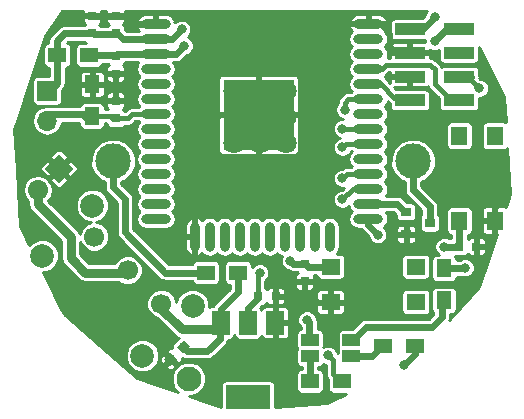
<source format=gbr>
G04 #@! TF.GenerationSoftware,KiCad,Pcbnew,no-vcs-found-33e0758~58~ubuntu16.04.1*
G04 #@! TF.CreationDate,2018-05-09T13:31:26+02:00*
G04 #@! TF.ProjectId,dropbuzzer,64726F7062757A7A65722E6B69636164,rev?*
G04 #@! TF.FileFunction,Copper,L1,Top,Signal*
G04 #@! TF.FilePolarity,Positive*
%FSLAX46Y46*%
G04 Gerber Fmt 4.6, Leading zero omitted, Abs format (unit mm)*
G04 Created by KiCad (PCBNEW no-vcs-found-33e0758~58~ubuntu16.04.1) date Wed May  9 13:31:26 2018*
%MOMM*%
%LPD*%
G01*
G04 APERTURE LIST*
%ADD10C,0.100000*%
%ADD11C,2.100000*%
%ADD12O,1.700000X1.700000*%
%ADD13R,1.700000X1.700000*%
%ADD14C,1.800000*%
%ADD15O,2.500000X0.900000*%
%ADD16O,0.900000X2.500000*%
%ADD17R,6.000000X6.000000*%
%ADD18R,2.580000X1.000000*%
%ADD19C,2.999740*%
%ADD20R,0.750000X0.800000*%
%ADD21C,0.750000*%
%ADD22R,0.800000X0.750000*%
%ADD23R,1.500000X1.000000*%
%ADD24C,1.700000*%
%ADD25C,1.700000*%
%ADD26C,2.000000*%
%ADD27R,1.600000X1.400000*%
%ADD28R,1.400000X1.600000*%
%ADD29R,0.900000X0.800000*%
%ADD30R,1.500000X1.300000*%
%ADD31R,1.300000X1.500000*%
%ADD32R,1.500000X2.000000*%
%ADD33R,3.800000X2.000000*%
%ADD34C,0.800000*%
%ADD35C,0.600000*%
%ADD36C,0.400000*%
%ADD37C,0.800000*%
%ADD38C,0.254000*%
G04 APERTURE END LIST*
D10*
D11*
X113000000Y-100400000D03*
D12*
X101000000Y-78540000D03*
D13*
X101000000Y-76000000D03*
D14*
X121200000Y-80400000D03*
X119000000Y-80400000D03*
X116800000Y-80400000D03*
X116800000Y-78200000D03*
X119000000Y-78200000D03*
X121200000Y-78200000D03*
X121200000Y-76000000D03*
X119000000Y-76000000D03*
D15*
X128200000Y-70350000D03*
X128200000Y-71620000D03*
X128200000Y-72890000D03*
X128200000Y-74160000D03*
X128200000Y-75430000D03*
X128200000Y-76700000D03*
X128200000Y-77970000D03*
X128200000Y-79240000D03*
X128200000Y-80510000D03*
X128200000Y-81780000D03*
X128200000Y-83050000D03*
X128200000Y-84320000D03*
X128200000Y-85590000D03*
X128200000Y-86860000D03*
D16*
X124915000Y-88350000D03*
X123645000Y-88350000D03*
X122375000Y-88350000D03*
X121105000Y-88350000D03*
X119835000Y-88350000D03*
X118565000Y-88350000D03*
X117295000Y-88350000D03*
X116025000Y-88350000D03*
X114755000Y-88350000D03*
X113485000Y-88350000D03*
D15*
X110200000Y-86860000D03*
X110200000Y-85590000D03*
X110200000Y-84320000D03*
X110200000Y-83050000D03*
X110200000Y-81780000D03*
X110200000Y-80510000D03*
X110200000Y-79240000D03*
X110200000Y-77970000D03*
X110200000Y-76700000D03*
X110200000Y-75430000D03*
X110200000Y-74160000D03*
X110200000Y-72890000D03*
X110200000Y-71620000D03*
X110200000Y-70350000D03*
D17*
X118900000Y-78050000D03*
D18*
X135885000Y-76800000D03*
X131715000Y-76800000D03*
X135885000Y-74800000D03*
X131715000Y-74800000D03*
X135885000Y-72800000D03*
X131715000Y-72800000D03*
X135885000Y-70800000D03*
X131715000Y-70800000D03*
D19*
X106575721Y-81957960D03*
X131975721Y-81957960D03*
D20*
X106800000Y-73050000D03*
X106800000Y-74550000D03*
X104800000Y-69650000D03*
X104800000Y-71150000D03*
X106800000Y-71150000D03*
X106800000Y-69650000D03*
D21*
X111469670Y-98730330D03*
D10*
G36*
X111487348Y-98182322D02*
X112017678Y-98712652D01*
X111451992Y-99278338D01*
X110921662Y-98748008D01*
X111487348Y-98182322D01*
X111487348Y-98182322D01*
G37*
D21*
X112530330Y-97669670D03*
D10*
G36*
X112548008Y-97121662D02*
X113078338Y-97651992D01*
X112512652Y-98217678D01*
X111982322Y-97687348D01*
X112548008Y-97121662D01*
X112548008Y-97121662D01*
G37*
D22*
X118850000Y-93400000D03*
X120350000Y-93400000D03*
D20*
X106800000Y-76850000D03*
X106800000Y-78350000D03*
X122800000Y-90650000D03*
X122800000Y-92150000D03*
D22*
X135850000Y-89200000D03*
X137350000Y-89200000D03*
D23*
X126750000Y-98500000D03*
X126750000Y-97100000D03*
X123250000Y-98500000D03*
X123250000Y-97100000D03*
D24*
X100203949Y-84396051D03*
D25*
X100203949Y-84396051D02*
X100203949Y-84396051D01*
D24*
X102000000Y-82600000D03*
D10*
G36*
X100797918Y-82600000D02*
X102000000Y-81397918D01*
X103202082Y-82600000D01*
X102000000Y-83802082D01*
X100797918Y-82600000D01*
X100797918Y-82600000D01*
G37*
D24*
X110656854Y-94028427D03*
X107828427Y-91200000D03*
X105000000Y-88371573D03*
D26*
X100580583Y-89962563D03*
X109065864Y-98447845D03*
X113308505Y-94205204D03*
X104823223Y-85719923D03*
D27*
X132200000Y-93900000D03*
X132200000Y-90900000D03*
X125000000Y-90900000D03*
X125000000Y-93900000D03*
D28*
X138900000Y-79800000D03*
X135900000Y-79800000D03*
X135900000Y-87000000D03*
X138900000Y-87000000D03*
D29*
X133400000Y-87200000D03*
X131400000Y-88150000D03*
X131400000Y-86250000D03*
D30*
X104550000Y-73000000D03*
X101850000Y-73000000D03*
X117150000Y-91400000D03*
X114450000Y-91400000D03*
D31*
X134600000Y-93750000D03*
X134600000Y-91050000D03*
D30*
X132150000Y-97600000D03*
X129450000Y-97600000D03*
X123250000Y-100600000D03*
X125950000Y-100600000D03*
D31*
X104800000Y-78150000D03*
X104800000Y-75450000D03*
D32*
X120300000Y-95650000D03*
X115700000Y-95650000D03*
X118000000Y-95650000D03*
D33*
X118000000Y-101950000D03*
D14*
X116800000Y-76000000D03*
D34*
X133800000Y-71800000D03*
X112600000Y-72200000D03*
X119000000Y-91400000D03*
X123000000Y-95400000D03*
X133800000Y-69800000D03*
X112400000Y-70800000D03*
X137600000Y-75800000D03*
X129000000Y-88200000D03*
X136400000Y-91000000D03*
X126000000Y-85200000D03*
X131200000Y-99200000D03*
X126000000Y-83400000D03*
X124800000Y-98400000D03*
X126000000Y-80800000D03*
X121600000Y-90400000D03*
X126200000Y-77600000D03*
X134600000Y-89200000D03*
X126000000Y-79200000D03*
D35*
X106575721Y-81957960D02*
X106575721Y-84175721D01*
X111000000Y-91400000D02*
X114400000Y-91400000D01*
X107600000Y-88000000D02*
X111000000Y-91400000D01*
X107600000Y-85200000D02*
X107600000Y-88000000D01*
X106575721Y-84175721D02*
X107600000Y-85200000D01*
X114400000Y-91400000D02*
X114450000Y-91400000D01*
X131975721Y-81957960D02*
X131975721Y-84375721D01*
X131975721Y-84375721D02*
X133400000Y-85800000D01*
X133400000Y-85800000D02*
X133400000Y-87200000D01*
D36*
X133400000Y-85800000D02*
X133400000Y-87200000D01*
X131975721Y-84375721D02*
X133400000Y-85800000D01*
X128200000Y-70350000D02*
X129150000Y-70350000D01*
X129150000Y-70350000D02*
X130000000Y-71200000D01*
X130000000Y-71200000D02*
X130000000Y-72200000D01*
X130000000Y-72200000D02*
X130600000Y-72800000D01*
X130600000Y-72800000D02*
X131600000Y-72800000D01*
X131600000Y-72800000D02*
X131715000Y-72800000D01*
D35*
X110200000Y-70350000D02*
X108550000Y-70350000D01*
X107850000Y-69650000D02*
X106750000Y-69650000D01*
X108550000Y-70350000D02*
X107850000Y-69650000D01*
X106750000Y-69650000D02*
X106800000Y-69650000D01*
X104800000Y-69650000D02*
X106750000Y-69650000D01*
X106750000Y-69650000D02*
X106800000Y-69600000D01*
X106800000Y-69600000D02*
X106800000Y-69650000D01*
D36*
X131200000Y-88200000D02*
X131400000Y-88150000D01*
D35*
X110200000Y-72890000D02*
X111910000Y-72890000D01*
X133800000Y-71800000D02*
X134800000Y-70800000D01*
X111910000Y-72890000D02*
X112600000Y-72200000D01*
X134800000Y-70800000D02*
X135800000Y-70800000D01*
X135800000Y-70800000D02*
X135885000Y-70800000D01*
X110200000Y-72890000D02*
X106910000Y-72890000D01*
X106910000Y-72890000D02*
X106800000Y-73000000D01*
X106800000Y-73000000D02*
X104600000Y-73000000D01*
X104600000Y-73000000D02*
X104550000Y-73000000D01*
D36*
X118850000Y-93400000D02*
X118850000Y-91550000D01*
X118850000Y-91550000D02*
X119000000Y-91400000D01*
D35*
X123000000Y-95400000D02*
X123200000Y-95600000D01*
X123200000Y-95600000D02*
X123200000Y-97000000D01*
X123200000Y-97000000D02*
X123250000Y-97100000D01*
X110200000Y-71620000D02*
X111580000Y-71620000D01*
X133800000Y-69800000D02*
X132800000Y-70800000D01*
X111580000Y-71620000D02*
X112400000Y-70800000D01*
X132800000Y-70800000D02*
X132000000Y-70800000D01*
X132000000Y-70800000D02*
X131715000Y-70800000D01*
X118000000Y-95650000D02*
X118000000Y-94400000D01*
X118000000Y-94400000D02*
X118800000Y-93600000D01*
X118800000Y-93600000D02*
X118850000Y-93400000D01*
X101850000Y-73000000D02*
X101850000Y-75350000D01*
X101850000Y-75350000D02*
X101200000Y-76000000D01*
X101200000Y-76000000D02*
X101000000Y-76000000D01*
X104800000Y-71150000D02*
X102450000Y-71150000D01*
X101800000Y-71800000D02*
X101800000Y-73000000D01*
X102450000Y-71150000D02*
X101800000Y-71800000D01*
X101800000Y-73000000D02*
X101850000Y-73000000D01*
X110200000Y-71620000D02*
X107420000Y-71620000D01*
X107420000Y-71620000D02*
X107000000Y-71200000D01*
X107000000Y-71200000D02*
X105000000Y-71200000D01*
X105000000Y-71200000D02*
X104800000Y-71150000D01*
D36*
X110200000Y-71620000D02*
X110200000Y-71600000D01*
D35*
X128200000Y-85590000D02*
X130590000Y-85590000D01*
X130590000Y-85590000D02*
X131200000Y-86200000D01*
X131200000Y-86200000D02*
X131400000Y-86250000D01*
X115700000Y-95650000D02*
X115700000Y-94500000D01*
X115700000Y-94500000D02*
X117150000Y-93050000D01*
X117150000Y-93050000D02*
X117150000Y-91400000D01*
X113400000Y-98050000D02*
X112850000Y-98050000D01*
X113400000Y-98050000D02*
X114550000Y-98050000D01*
X115600000Y-95800000D02*
X115600000Y-97000000D01*
X114550000Y-98050000D02*
X115600000Y-97000000D01*
X112850000Y-98050000D02*
X112600000Y-97800000D01*
X112600000Y-97800000D02*
X112530330Y-97669670D01*
X115600000Y-95800000D02*
X115700000Y-95650000D01*
X117150000Y-93050000D02*
X117150000Y-91400000D01*
X115700000Y-94500000D02*
X117150000Y-93050000D01*
X117200000Y-91600000D02*
X117150000Y-91400000D01*
X115700000Y-95650000D02*
X115700000Y-95100000D01*
D37*
X115600000Y-95800000D02*
X115700000Y-95650000D01*
X115200000Y-96200000D02*
X115600000Y-95800000D01*
X112400000Y-96200000D02*
X115200000Y-96200000D01*
X110656854Y-94456854D02*
X112400000Y-96200000D01*
X110656854Y-94028427D02*
X110656854Y-94456854D01*
D36*
X106800000Y-78350000D02*
X107850000Y-78350000D01*
X108200000Y-78000000D02*
X109800000Y-78000000D01*
X107850000Y-78350000D02*
X108200000Y-78000000D01*
X109800000Y-78000000D02*
X110200000Y-77970000D01*
X104200000Y-78150000D02*
X106350000Y-78150000D01*
X106350000Y-78150000D02*
X106600000Y-78400000D01*
X106600000Y-78400000D02*
X106800000Y-78350000D01*
D35*
X101000000Y-78000000D02*
X104000000Y-78000000D01*
X104000000Y-78000000D02*
X104400000Y-78400000D01*
X110200000Y-78000000D02*
X110200000Y-77970000D01*
X126750000Y-98500000D02*
X128500000Y-98500000D01*
X128500000Y-98500000D02*
X129200000Y-97800000D01*
X129200000Y-97800000D02*
X129450000Y-97600000D01*
X126750000Y-97100000D02*
X126900000Y-97100000D01*
X126900000Y-97100000D02*
X128000000Y-96000000D01*
X128000000Y-96000000D02*
X133600000Y-96000000D01*
X133600000Y-96000000D02*
X134400000Y-95200000D01*
X134400000Y-95200000D02*
X134400000Y-94000000D01*
X134400000Y-94000000D02*
X134600000Y-93750000D01*
X123250000Y-98500000D02*
X123250000Y-100550000D01*
X123250000Y-100550000D02*
X123200000Y-100600000D01*
X123200000Y-100600000D02*
X123250000Y-100600000D01*
D36*
X134200000Y-75800000D02*
X135000000Y-76600000D01*
X135000000Y-76600000D02*
X135885000Y-76800000D01*
X133800000Y-74200000D02*
X133800000Y-75400000D01*
X133800000Y-75400000D02*
X134200000Y-75800000D01*
X135600000Y-76800000D02*
X135885000Y-76800000D01*
X128200000Y-74160000D02*
X129360000Y-74160000D01*
X129360000Y-74160000D02*
X129720000Y-73800000D01*
X129720000Y-73800000D02*
X133400000Y-73800000D01*
X133400000Y-73800000D02*
X133800000Y-74200000D01*
X135800000Y-76800000D02*
X135885000Y-76800000D01*
X128200000Y-75430000D02*
X129230000Y-75430000D01*
X129230000Y-75430000D02*
X130400000Y-76600000D01*
X130400000Y-76600000D02*
X131600000Y-76600000D01*
X131600000Y-76600000D02*
X131715000Y-76800000D01*
X136000000Y-74800000D02*
X135885000Y-74800000D01*
X136600000Y-74800000D02*
X136000000Y-74800000D01*
X137600000Y-75800000D02*
X136600000Y-74800000D01*
D35*
X128200000Y-86860000D02*
X128200000Y-87400000D01*
X128200000Y-87400000D02*
X129000000Y-88200000D01*
D36*
X137000000Y-74800000D02*
X136000000Y-74800000D01*
X136000000Y-74800000D02*
X135885000Y-74800000D01*
D37*
X100203949Y-84396051D02*
X100203949Y-85603949D01*
X104200000Y-91400000D02*
X107800000Y-91400000D01*
X103000000Y-90200000D02*
X104200000Y-91400000D01*
X103000000Y-88400000D02*
X103000000Y-90200000D01*
X100203949Y-85603949D02*
X103000000Y-88400000D01*
X107800000Y-91400000D02*
X107828427Y-91200000D01*
D36*
X128200000Y-84320000D02*
X126880000Y-84320000D01*
D35*
X136350000Y-91050000D02*
X136400000Y-91000000D01*
X136350000Y-91050000D02*
X134600000Y-91050000D01*
D36*
X126880000Y-84320000D02*
X126000000Y-85200000D01*
X128200000Y-83050000D02*
X126350000Y-83050000D01*
D35*
X131200000Y-99200000D02*
X132150000Y-98250000D01*
D36*
X126350000Y-83050000D02*
X126000000Y-83400000D01*
D35*
X132150000Y-97600000D02*
X132150000Y-98250000D01*
D36*
X128200000Y-80510000D02*
X126290000Y-80510000D01*
X125200000Y-98800000D02*
X125200000Y-100000000D01*
X124800000Y-98400000D02*
X125200000Y-98800000D01*
X126290000Y-80510000D02*
X126000000Y-80800000D01*
X125200000Y-100000000D02*
X125800000Y-100600000D01*
X125800000Y-100600000D02*
X125950000Y-100600000D01*
D35*
X122800000Y-90650000D02*
X121850000Y-90650000D01*
X121850000Y-90650000D02*
X121600000Y-90400000D01*
X125000000Y-90900000D02*
X123100000Y-90900000D01*
X123100000Y-90900000D02*
X122800000Y-90600000D01*
X122800000Y-90600000D02*
X122800000Y-90650000D01*
D36*
X126500000Y-76700000D02*
X126200000Y-77000000D01*
X126900000Y-76700000D02*
X126500000Y-76700000D01*
X126900000Y-76700000D02*
X128200000Y-76700000D01*
X126200000Y-77000000D02*
X126200000Y-77600000D01*
X127200000Y-76800000D02*
X127400000Y-76600000D01*
X127400000Y-76600000D02*
X128200000Y-76700000D01*
X128200000Y-76800000D02*
X128200000Y-76700000D01*
D35*
X135850000Y-89200000D02*
X134600000Y-89200000D01*
D36*
X126800000Y-79200000D02*
X127600000Y-79200000D01*
X126000000Y-79200000D02*
X126800000Y-79200000D01*
X127600000Y-79200000D02*
X128200000Y-79240000D01*
D35*
X135900000Y-87000000D02*
X135900000Y-88900000D01*
X135900000Y-88900000D02*
X135800000Y-89000000D01*
X135800000Y-89000000D02*
X135850000Y-89200000D01*
D36*
X128000000Y-79200000D02*
X128200000Y-79240000D01*
D38*
G36*
X104018000Y-69421250D02*
X104119750Y-69523000D01*
X104673000Y-69523000D01*
X104673000Y-69503000D01*
X104927000Y-69503000D01*
X104927000Y-69523000D01*
X105480250Y-69523000D01*
X105582000Y-69421250D01*
X105582000Y-69282000D01*
X106018000Y-69282000D01*
X106018000Y-69421250D01*
X106119750Y-69523000D01*
X106673000Y-69523000D01*
X106673000Y-69503000D01*
X106927000Y-69503000D01*
X106927000Y-69523000D01*
X107480250Y-69523000D01*
X107582000Y-69421250D01*
X107582000Y-69282000D01*
X133176637Y-69282000D01*
X133116258Y-69342274D01*
X133015695Y-69584457D01*
X132715125Y-69885027D01*
X130425000Y-69885027D01*
X130266197Y-69916615D01*
X130131570Y-70006570D01*
X130041615Y-70141197D01*
X130010027Y-70300000D01*
X130010027Y-71300000D01*
X130041615Y-71458803D01*
X130131570Y-71593430D01*
X130266197Y-71683385D01*
X130425000Y-71714973D01*
X132993074Y-71714973D01*
X132992918Y-71893000D01*
X131943750Y-71893000D01*
X131842000Y-71994750D01*
X131842000Y-72673000D01*
X133310250Y-72673000D01*
X133412000Y-72571250D01*
X133412000Y-72512695D01*
X133638774Y-72606860D01*
X133959818Y-72607140D01*
X134180027Y-72516151D01*
X134180027Y-73300000D01*
X134211615Y-73458803D01*
X134301570Y-73593430D01*
X134436197Y-73683385D01*
X134595000Y-73714973D01*
X137175000Y-73714973D01*
X137333803Y-73683385D01*
X137468430Y-73593430D01*
X137558385Y-73458803D01*
X137589973Y-73300000D01*
X137589973Y-72302215D01*
X139667459Y-76514173D01*
X139807551Y-78649187D01*
X139758803Y-78616615D01*
X139600000Y-78585027D01*
X138200000Y-78585027D01*
X138041197Y-78616615D01*
X137906570Y-78706570D01*
X137816615Y-78841197D01*
X137785027Y-79000000D01*
X137785027Y-80600000D01*
X137816615Y-80758803D01*
X137906570Y-80893430D01*
X138041197Y-80983385D01*
X138200000Y-81014973D01*
X139600000Y-81014973D01*
X139758803Y-80983385D01*
X139893430Y-80893430D01*
X139949321Y-80809784D01*
X140208801Y-84764315D01*
X139836608Y-85861023D01*
X139830547Y-85854962D01*
X139680958Y-85793000D01*
X139128750Y-85793000D01*
X139027000Y-85894750D01*
X139027000Y-86873000D01*
X139047000Y-86873000D01*
X139047000Y-87127000D01*
X139027000Y-87127000D01*
X139027000Y-88105250D01*
X139062820Y-88141070D01*
X137551743Y-92593617D01*
X135060248Y-95435036D01*
X135065661Y-95407827D01*
X135107000Y-95200000D01*
X135107000Y-94914973D01*
X135250000Y-94914973D01*
X135408803Y-94883385D01*
X135543430Y-94793430D01*
X135633385Y-94658803D01*
X135664973Y-94500000D01*
X135664973Y-93000000D01*
X135633385Y-92841197D01*
X135543430Y-92706570D01*
X135408803Y-92616615D01*
X135250000Y-92585027D01*
X133950000Y-92585027D01*
X133791197Y-92616615D01*
X133656570Y-92706570D01*
X133566615Y-92841197D01*
X133535027Y-93000000D01*
X133535027Y-94500000D01*
X133566615Y-94658803D01*
X133656570Y-94793430D01*
X133693000Y-94817772D01*
X133693000Y-94907151D01*
X133307152Y-95293000D01*
X128000000Y-95293000D01*
X127729443Y-95346817D01*
X127500076Y-95500075D01*
X126815125Y-96185027D01*
X126000000Y-96185027D01*
X125841197Y-96216615D01*
X125706570Y-96306570D01*
X125616615Y-96441197D01*
X125585027Y-96600000D01*
X125585027Y-97600000D01*
X125616615Y-97758803D01*
X125644142Y-97800000D01*
X125616615Y-97841197D01*
X125585027Y-98000000D01*
X125585027Y-98186665D01*
X125484540Y-97943468D01*
X125257726Y-97716258D01*
X124961226Y-97593140D01*
X124640182Y-97592860D01*
X124396353Y-97693608D01*
X124414973Y-97600000D01*
X124414973Y-96600000D01*
X124383385Y-96441197D01*
X124293430Y-96306570D01*
X124158803Y-96216615D01*
X124000000Y-96185027D01*
X123907000Y-96185027D01*
X123907000Y-95600000D01*
X123853183Y-95329443D01*
X123807122Y-95260508D01*
X123807140Y-95240182D01*
X123684540Y-94943468D01*
X123457726Y-94716258D01*
X123161226Y-94593140D01*
X122840182Y-94592860D01*
X122543468Y-94715460D01*
X122316258Y-94942274D01*
X122193140Y-95238774D01*
X122192860Y-95559818D01*
X122315460Y-95856532D01*
X122493000Y-96034382D01*
X122493000Y-96186419D01*
X122341197Y-96216615D01*
X122206570Y-96306570D01*
X122116615Y-96441197D01*
X122085027Y-96600000D01*
X122085027Y-97600000D01*
X122116615Y-97758803D01*
X122144142Y-97800000D01*
X122116615Y-97841197D01*
X122085027Y-98000000D01*
X122085027Y-99000000D01*
X122116615Y-99158803D01*
X122206570Y-99293430D01*
X122341197Y-99383385D01*
X122500000Y-99414973D01*
X122543000Y-99414973D01*
X122543000Y-99535027D01*
X122500000Y-99535027D01*
X122341197Y-99566615D01*
X122206570Y-99656570D01*
X122116615Y-99791197D01*
X122085027Y-99950000D01*
X122085027Y-101250000D01*
X122116615Y-101408803D01*
X122206570Y-101543430D01*
X122341197Y-101633385D01*
X122500000Y-101664973D01*
X124000000Y-101664973D01*
X124158803Y-101633385D01*
X124293430Y-101543430D01*
X124383385Y-101408803D01*
X124414973Y-101250000D01*
X124414973Y-99950000D01*
X124383385Y-99791197D01*
X124293430Y-99656570D01*
X124158803Y-99566615D01*
X124000000Y-99535027D01*
X123957000Y-99535027D01*
X123957000Y-99414973D01*
X124000000Y-99414973D01*
X124158803Y-99383385D01*
X124293430Y-99293430D01*
X124383385Y-99158803D01*
X124394040Y-99105237D01*
X124593000Y-99187853D01*
X124593000Y-100000000D01*
X124639205Y-100232289D01*
X124770786Y-100429214D01*
X124785027Y-100443455D01*
X124785027Y-101250000D01*
X124816615Y-101408803D01*
X124906570Y-101543430D01*
X125041197Y-101633385D01*
X125200000Y-101664973D01*
X126312811Y-101664973D01*
X124685827Y-102467459D01*
X120314973Y-102754258D01*
X120314973Y-100950000D01*
X120283385Y-100791197D01*
X120193430Y-100656570D01*
X120058803Y-100566615D01*
X119900000Y-100535027D01*
X116100000Y-100535027D01*
X115941197Y-100566615D01*
X115806570Y-100656570D01*
X115716615Y-100791197D01*
X115685027Y-100950000D01*
X115685027Y-102754048D01*
X113041889Y-101857037D01*
X113288544Y-101857252D01*
X113824246Y-101635904D01*
X114234464Y-101226402D01*
X114456746Y-100691087D01*
X114457252Y-100111456D01*
X114235904Y-99575754D01*
X113826402Y-99165536D01*
X113291087Y-98943254D01*
X112711456Y-98942748D01*
X112175754Y-99164096D01*
X111765536Y-99573598D01*
X111543254Y-100108913D01*
X111542748Y-100688544D01*
X111764096Y-101224246D01*
X112064744Y-101525419D01*
X108606383Y-100351743D01*
X106752864Y-98726487D01*
X107658620Y-98726487D01*
X107872372Y-99243805D01*
X108267822Y-99639946D01*
X108784767Y-99854600D01*
X109344506Y-99855089D01*
X109861824Y-99641337D01*
X110184904Y-99318820D01*
X111060786Y-99318820D01*
X111060786Y-99462716D01*
X111221446Y-99623376D01*
X111371035Y-99685338D01*
X111532950Y-99685338D01*
X111682540Y-99623375D01*
X111860877Y-99445038D01*
X111860877Y-99301142D01*
X111469670Y-98909935D01*
X111060786Y-99318820D01*
X110184904Y-99318820D01*
X110257965Y-99245887D01*
X110472619Y-98728942D01*
X110472673Y-98667050D01*
X110514662Y-98667050D01*
X110514662Y-98828965D01*
X110576624Y-98978554D01*
X110737284Y-99139214D01*
X110881180Y-99139214D01*
X111290065Y-98730330D01*
X110898858Y-98339123D01*
X110754962Y-98339123D01*
X110576625Y-98517460D01*
X110514662Y-98667050D01*
X110472673Y-98667050D01*
X110473108Y-98169203D01*
X110259356Y-97651885D01*
X109863906Y-97255744D01*
X109346961Y-97041090D01*
X108787222Y-97040601D01*
X108269904Y-97254353D01*
X107873763Y-97649803D01*
X107659109Y-98166748D01*
X107658620Y-98726487D01*
X106752864Y-98726487D01*
X102389868Y-94900800D01*
X102082367Y-94277363D01*
X109399636Y-94277363D01*
X109590600Y-94739530D01*
X109943891Y-95093438D01*
X110300064Y-95241334D01*
X111829365Y-96770635D01*
X112091174Y-96945571D01*
X112129596Y-96953214D01*
X111688892Y-97393918D01*
X111598937Y-97528545D01*
X111567349Y-97687348D01*
X111586334Y-97782790D01*
X111568305Y-97775322D01*
X111406390Y-97775322D01*
X111256800Y-97837285D01*
X111078463Y-98015622D01*
X111078463Y-98159518D01*
X111469670Y-98550725D01*
X111483812Y-98536582D01*
X111663418Y-98716188D01*
X111649275Y-98730330D01*
X112040482Y-99121537D01*
X112184378Y-99121537D01*
X112362715Y-98943200D01*
X112424678Y-98793610D01*
X112424678Y-98631695D01*
X112417210Y-98613666D01*
X112457451Y-98621671D01*
X112579442Y-98703183D01*
X112624330Y-98712112D01*
X112850000Y-98757000D01*
X114550000Y-98757000D01*
X114820557Y-98703183D01*
X115049924Y-98549924D01*
X116099924Y-97499925D01*
X116253183Y-97270558D01*
X116282507Y-97123133D01*
X116294076Y-97064973D01*
X116450000Y-97064973D01*
X116608803Y-97033385D01*
X116743430Y-96943430D01*
X116833385Y-96808803D01*
X116850000Y-96725274D01*
X116866615Y-96808803D01*
X116956570Y-96943430D01*
X117091197Y-97033385D01*
X117250000Y-97064973D01*
X118750000Y-97064973D01*
X118908803Y-97033385D01*
X119043430Y-96943430D01*
X119133385Y-96808803D01*
X119146965Y-96740530D01*
X119204962Y-96880547D01*
X119319453Y-96995038D01*
X119469042Y-97057000D01*
X120071250Y-97057000D01*
X120173000Y-96955250D01*
X120173000Y-95777000D01*
X120427000Y-95777000D01*
X120427000Y-96955250D01*
X120528750Y-97057000D01*
X121130958Y-97057000D01*
X121280547Y-96995038D01*
X121395038Y-96880547D01*
X121457000Y-96730957D01*
X121457000Y-95878750D01*
X121355250Y-95777000D01*
X120427000Y-95777000D01*
X120173000Y-95777000D01*
X120153000Y-95777000D01*
X120153000Y-95523000D01*
X120173000Y-95523000D01*
X120173000Y-94344750D01*
X120427000Y-94344750D01*
X120427000Y-95523000D01*
X121355250Y-95523000D01*
X121457000Y-95421250D01*
X121457000Y-94569043D01*
X121395038Y-94419453D01*
X121280547Y-94304962D01*
X121130958Y-94243000D01*
X120528750Y-94243000D01*
X120427000Y-94344750D01*
X120173000Y-94344750D01*
X120071250Y-94243000D01*
X119469042Y-94243000D01*
X119319453Y-94304962D01*
X119204962Y-94419453D01*
X119146965Y-94559470D01*
X119133385Y-94491197D01*
X119043430Y-94356570D01*
X119043339Y-94356509D01*
X119209876Y-94189973D01*
X119250000Y-94189973D01*
X119408803Y-94158385D01*
X119543430Y-94068430D01*
X119597494Y-93987518D01*
X119604962Y-94005547D01*
X119719453Y-94120038D01*
X119869043Y-94182000D01*
X120121250Y-94182000D01*
X120223000Y-94080250D01*
X120223000Y-93527000D01*
X120477000Y-93527000D01*
X120477000Y-94080250D01*
X120578750Y-94182000D01*
X120830957Y-94182000D01*
X120959514Y-94128750D01*
X123793000Y-94128750D01*
X123793000Y-94680958D01*
X123854962Y-94830547D01*
X123969453Y-94945038D01*
X124119043Y-95007000D01*
X124771250Y-95007000D01*
X124873000Y-94905250D01*
X124873000Y-94027000D01*
X125127000Y-94027000D01*
X125127000Y-94905250D01*
X125228750Y-95007000D01*
X125880957Y-95007000D01*
X126030547Y-94945038D01*
X126145038Y-94830547D01*
X126207000Y-94680958D01*
X126207000Y-94128750D01*
X126105250Y-94027000D01*
X125127000Y-94027000D01*
X124873000Y-94027000D01*
X123894750Y-94027000D01*
X123793000Y-94128750D01*
X120959514Y-94128750D01*
X120980547Y-94120038D01*
X121095038Y-94005547D01*
X121157000Y-93855958D01*
X121157000Y-93628750D01*
X121055250Y-93527000D01*
X120477000Y-93527000D01*
X120223000Y-93527000D01*
X120203000Y-93527000D01*
X120203000Y-93273000D01*
X120223000Y-93273000D01*
X120223000Y-92719750D01*
X120477000Y-92719750D01*
X120477000Y-93273000D01*
X121055250Y-93273000D01*
X121157000Y-93171250D01*
X121157000Y-93119042D01*
X123793000Y-93119042D01*
X123793000Y-93671250D01*
X123894750Y-93773000D01*
X124873000Y-93773000D01*
X124873000Y-92894750D01*
X125127000Y-92894750D01*
X125127000Y-93773000D01*
X126105250Y-93773000D01*
X126207000Y-93671250D01*
X126207000Y-93200000D01*
X130985027Y-93200000D01*
X130985027Y-94600000D01*
X131016615Y-94758803D01*
X131106570Y-94893430D01*
X131241197Y-94983385D01*
X131400000Y-95014973D01*
X133000000Y-95014973D01*
X133158803Y-94983385D01*
X133293430Y-94893430D01*
X133383385Y-94758803D01*
X133414973Y-94600000D01*
X133414973Y-93200000D01*
X133383385Y-93041197D01*
X133293430Y-92906570D01*
X133158803Y-92816615D01*
X133000000Y-92785027D01*
X131400000Y-92785027D01*
X131241197Y-92816615D01*
X131106570Y-92906570D01*
X131016615Y-93041197D01*
X130985027Y-93200000D01*
X126207000Y-93200000D01*
X126207000Y-93119042D01*
X126145038Y-92969453D01*
X126030547Y-92854962D01*
X125880957Y-92793000D01*
X125228750Y-92793000D01*
X125127000Y-92894750D01*
X124873000Y-92894750D01*
X124771250Y-92793000D01*
X124119043Y-92793000D01*
X123969453Y-92854962D01*
X123854962Y-92969453D01*
X123793000Y-93119042D01*
X121157000Y-93119042D01*
X121157000Y-92944042D01*
X121095038Y-92794453D01*
X120980547Y-92679962D01*
X120830957Y-92618000D01*
X120578750Y-92618000D01*
X120477000Y-92719750D01*
X120223000Y-92719750D01*
X120121250Y-92618000D01*
X119869043Y-92618000D01*
X119719453Y-92679962D01*
X119604962Y-92794453D01*
X119597494Y-92812482D01*
X119543430Y-92731570D01*
X119457000Y-92673819D01*
X119457000Y-92378750D01*
X122018000Y-92378750D01*
X122018000Y-92630957D01*
X122079962Y-92780547D01*
X122194453Y-92895038D01*
X122344042Y-92957000D01*
X122571250Y-92957000D01*
X122673000Y-92855250D01*
X122673000Y-92277000D01*
X122927000Y-92277000D01*
X122927000Y-92855250D01*
X123028750Y-92957000D01*
X123255958Y-92957000D01*
X123405547Y-92895038D01*
X123520038Y-92780547D01*
X123582000Y-92630957D01*
X123582000Y-92378750D01*
X123480250Y-92277000D01*
X122927000Y-92277000D01*
X122673000Y-92277000D01*
X122119750Y-92277000D01*
X122018000Y-92378750D01*
X119457000Y-92378750D01*
X119457000Y-92084073D01*
X119683742Y-91857726D01*
X119806860Y-91561226D01*
X119807140Y-91240182D01*
X119684540Y-90943468D01*
X119457726Y-90716258D01*
X119161226Y-90593140D01*
X118840182Y-90592860D01*
X118543468Y-90715460D01*
X118316258Y-90942274D01*
X118314973Y-90945369D01*
X118314973Y-90750000D01*
X118283385Y-90591197D01*
X118193430Y-90456570D01*
X118058803Y-90366615D01*
X117900000Y-90335027D01*
X116400000Y-90335027D01*
X116241197Y-90366615D01*
X116106570Y-90456570D01*
X116016615Y-90591197D01*
X115985027Y-90750000D01*
X115985027Y-92050000D01*
X116016615Y-92208803D01*
X116106570Y-92343430D01*
X116241197Y-92433385D01*
X116400000Y-92464973D01*
X116443000Y-92464973D01*
X116443000Y-92757151D01*
X115200076Y-94000076D01*
X115046817Y-94229443D01*
X115045706Y-94235027D01*
X114950000Y-94235027D01*
X114791197Y-94266615D01*
X114715408Y-94317256D01*
X114715749Y-93926562D01*
X114501997Y-93409244D01*
X114106547Y-93013103D01*
X113589602Y-92798449D01*
X113029863Y-92797960D01*
X112512545Y-93011712D01*
X112116404Y-93407162D01*
X111913971Y-93894675D01*
X111914072Y-93779491D01*
X111723108Y-93317324D01*
X111369817Y-92963416D01*
X110907984Y-92771646D01*
X110407918Y-92771209D01*
X109945751Y-92962173D01*
X109591843Y-93315464D01*
X109400073Y-93777297D01*
X109399636Y-94277363D01*
X102082367Y-94277363D01*
X100648166Y-91369623D01*
X100859225Y-91369807D01*
X101376543Y-91156055D01*
X101772684Y-90760605D01*
X101987338Y-90243660D01*
X101987827Y-89683921D01*
X101774075Y-89166603D01*
X101378625Y-88770462D01*
X100861680Y-88555808D01*
X100301941Y-88555319D01*
X99784623Y-88769071D01*
X99503768Y-89049436D01*
X98732541Y-87485827D01*
X98528660Y-84378638D01*
X98929536Y-84378638D01*
X99025219Y-84859671D01*
X99297703Y-85267471D01*
X99332528Y-85302297D01*
X99396949Y-85345342D01*
X99396949Y-85603949D01*
X99458378Y-85912775D01*
X99562254Y-86068235D01*
X99633314Y-86174584D01*
X102193000Y-88734270D01*
X102193000Y-90200000D01*
X102254429Y-90508826D01*
X102392420Y-90715343D01*
X102429365Y-90770635D01*
X103629365Y-91970635D01*
X103891174Y-92145571D01*
X104200000Y-92207000D01*
X107057554Y-92207000D01*
X107115464Y-92265011D01*
X107577297Y-92456781D01*
X108077363Y-92457218D01*
X108539530Y-92266254D01*
X108893438Y-91912963D01*
X109085208Y-91451130D01*
X109085645Y-90951064D01*
X108894681Y-90488897D01*
X108541390Y-90134989D01*
X108079557Y-89943219D01*
X107579491Y-89942782D01*
X107117324Y-90133746D01*
X106763416Y-90487037D01*
X106719416Y-90593000D01*
X104534270Y-90593000D01*
X103807000Y-89865730D01*
X103807000Y-88775928D01*
X103933746Y-89082676D01*
X104287037Y-89436584D01*
X104748870Y-89628354D01*
X105248936Y-89628791D01*
X105711103Y-89437827D01*
X106065011Y-89084536D01*
X106256781Y-88622703D01*
X106257218Y-88122637D01*
X106066254Y-87660470D01*
X105712963Y-87306562D01*
X105251130Y-87114792D01*
X105132067Y-87114688D01*
X105619183Y-86913415D01*
X106015324Y-86517965D01*
X106229978Y-86001020D01*
X106230467Y-85441281D01*
X106016715Y-84923963D01*
X105621265Y-84527822D01*
X105104320Y-84313168D01*
X104544581Y-84312679D01*
X104027263Y-84526431D01*
X103631122Y-84921881D01*
X103416468Y-85438826D01*
X103415979Y-85998565D01*
X103629731Y-86515883D01*
X104025181Y-86912024D01*
X104542126Y-87126678D01*
X104720862Y-87126834D01*
X104288897Y-87305319D01*
X103934989Y-87658610D01*
X103748746Y-88107134D01*
X103745571Y-88091174D01*
X103570635Y-87829365D01*
X101070254Y-85328984D01*
X101110195Y-85302297D01*
X101382679Y-84894497D01*
X101478361Y-84413464D01*
X101382679Y-83932430D01*
X101110195Y-83524630D01*
X101092253Y-83506688D01*
X101272917Y-83506688D01*
X101272917Y-83650584D01*
X101769453Y-84147119D01*
X101919043Y-84209082D01*
X102080957Y-84209082D01*
X102230547Y-84147120D01*
X102727083Y-83650584D01*
X102727083Y-83506688D01*
X102000000Y-82779605D01*
X101272917Y-83506688D01*
X101092253Y-83506688D01*
X101075369Y-83489805D01*
X100667569Y-83217321D01*
X100186536Y-83121638D01*
X99705503Y-83217321D01*
X99297703Y-83489805D01*
X99025219Y-83897605D01*
X98929536Y-84378638D01*
X98528660Y-84378638D01*
X98406641Y-82519043D01*
X100390918Y-82519043D01*
X100390918Y-82680957D01*
X100452881Y-82830547D01*
X100949416Y-83327083D01*
X101093312Y-83327083D01*
X101820395Y-82600000D01*
X102179605Y-82600000D01*
X102906688Y-83327083D01*
X103050584Y-83327083D01*
X103547120Y-82830547D01*
X103609082Y-82680957D01*
X103609082Y-82519043D01*
X103547119Y-82369453D01*
X103513263Y-82335596D01*
X104668521Y-82335596D01*
X104958213Y-83036704D01*
X105494155Y-83573583D01*
X105868721Y-83729116D01*
X105868721Y-84175721D01*
X105909084Y-84378638D01*
X105922538Y-84446278D01*
X106075797Y-84675645D01*
X106893000Y-85492849D01*
X106893000Y-88000000D01*
X106942095Y-88246817D01*
X106946817Y-88270557D01*
X107100076Y-88499924D01*
X110500075Y-91899924D01*
X110729442Y-92053183D01*
X110774330Y-92062112D01*
X111000000Y-92107000D01*
X113296365Y-92107000D01*
X113316615Y-92208803D01*
X113406570Y-92343430D01*
X113541197Y-92433385D01*
X113700000Y-92464973D01*
X115200000Y-92464973D01*
X115358803Y-92433385D01*
X115493430Y-92343430D01*
X115583385Y-92208803D01*
X115614973Y-92050000D01*
X115614973Y-90750000D01*
X115583385Y-90591197D01*
X115493430Y-90456570D01*
X115358803Y-90366615D01*
X115200000Y-90335027D01*
X113700000Y-90335027D01*
X113541197Y-90366615D01*
X113406570Y-90456570D01*
X113316615Y-90591197D01*
X113296365Y-90693000D01*
X111292849Y-90693000D01*
X109076849Y-88477000D01*
X112628000Y-88477000D01*
X112628000Y-89277000D01*
X112741836Y-89595292D01*
X112968812Y-89845793D01*
X113226979Y-89967236D01*
X113358000Y-89894496D01*
X113358000Y-88477000D01*
X112628000Y-88477000D01*
X109076849Y-88477000D01*
X108307000Y-87707152D01*
X108307000Y-85200000D01*
X108253183Y-84929443D01*
X108253183Y-84929442D01*
X108099924Y-84700075D01*
X107282721Y-83882873D01*
X107282721Y-83729070D01*
X107654465Y-83575468D01*
X108191344Y-83039526D01*
X108482259Y-82338924D01*
X108482921Y-81580324D01*
X108193229Y-80879216D01*
X107657287Y-80342337D01*
X106956685Y-80051422D01*
X106198085Y-80050760D01*
X105496977Y-80340452D01*
X104960098Y-80876394D01*
X104669183Y-81576996D01*
X104668521Y-82335596D01*
X103513263Y-82335596D01*
X103050584Y-81872917D01*
X102906688Y-81872917D01*
X102179605Y-82600000D01*
X101820395Y-82600000D01*
X101093312Y-81872917D01*
X100949416Y-81872917D01*
X100452880Y-82369453D01*
X100390918Y-82519043D01*
X98406641Y-82519043D01*
X98343018Y-81549416D01*
X101272917Y-81549416D01*
X101272917Y-81693312D01*
X102000000Y-82420395D01*
X102727083Y-81693312D01*
X102727083Y-81549416D01*
X102230547Y-81052881D01*
X102080957Y-80990918D01*
X101919043Y-80990918D01*
X101769453Y-81052880D01*
X101272917Y-81549416D01*
X98343018Y-81549416D01*
X98191199Y-79235685D01*
X98427296Y-78540000D01*
X99718374Y-78540000D01*
X99814057Y-79021033D01*
X100086541Y-79428833D01*
X100494341Y-79701317D01*
X100975374Y-79797000D01*
X101024626Y-79797000D01*
X101505659Y-79701317D01*
X101913459Y-79428833D01*
X102185943Y-79021033D01*
X102248408Y-78707000D01*
X103707151Y-78707000D01*
X103735027Y-78734876D01*
X103735027Y-78900000D01*
X103766615Y-79058803D01*
X103856570Y-79193430D01*
X103991197Y-79283385D01*
X104150000Y-79314973D01*
X105450000Y-79314973D01*
X105608803Y-79283385D01*
X105743430Y-79193430D01*
X105833385Y-79058803D01*
X105864973Y-78900000D01*
X105864973Y-78757000D01*
X106011419Y-78757000D01*
X106041615Y-78908803D01*
X106131570Y-79043430D01*
X106266197Y-79133385D01*
X106425000Y-79164973D01*
X107175000Y-79164973D01*
X107333803Y-79133385D01*
X107468430Y-79043430D01*
X107526181Y-78957000D01*
X107850000Y-78957000D01*
X108082289Y-78910795D01*
X108279214Y-78779214D01*
X108451428Y-78607000D01*
X108801968Y-78607000D01*
X108761546Y-78634009D01*
X108575772Y-78912040D01*
X108510537Y-79240000D01*
X108575772Y-79567960D01*
X108761546Y-79845991D01*
X108804961Y-79875000D01*
X108761546Y-79904009D01*
X108575772Y-80182040D01*
X108510537Y-80510000D01*
X108575772Y-80837960D01*
X108761546Y-81115991D01*
X108804961Y-81145000D01*
X108761546Y-81174009D01*
X108575772Y-81452040D01*
X108510537Y-81780000D01*
X108575772Y-82107960D01*
X108761546Y-82385991D01*
X108804961Y-82415000D01*
X108761546Y-82444009D01*
X108575772Y-82722040D01*
X108510537Y-83050000D01*
X108575772Y-83377960D01*
X108761546Y-83655991D01*
X108804961Y-83685000D01*
X108761546Y-83714009D01*
X108575772Y-83992040D01*
X108510537Y-84320000D01*
X108575772Y-84647960D01*
X108761546Y-84925991D01*
X108804961Y-84955000D01*
X108761546Y-84984009D01*
X108575772Y-85262040D01*
X108510537Y-85590000D01*
X108575772Y-85917960D01*
X108761546Y-86195991D01*
X108804961Y-86225000D01*
X108761546Y-86254009D01*
X108575772Y-86532040D01*
X108510537Y-86860000D01*
X108575772Y-87187960D01*
X108761546Y-87465991D01*
X109039577Y-87651765D01*
X109367537Y-87717000D01*
X111032463Y-87717000D01*
X111360423Y-87651765D01*
X111638454Y-87465991D01*
X111667179Y-87423000D01*
X112628000Y-87423000D01*
X112628000Y-88223000D01*
X113358000Y-88223000D01*
X113358000Y-86805504D01*
X113612000Y-86805504D01*
X113612000Y-88223000D01*
X113632000Y-88223000D01*
X113632000Y-88477000D01*
X113612000Y-88477000D01*
X113612000Y-89894496D01*
X113743021Y-89967236D01*
X114001188Y-89845793D01*
X114108320Y-89727558D01*
X114149009Y-89788454D01*
X114427040Y-89974228D01*
X114755000Y-90039463D01*
X115082960Y-89974228D01*
X115360991Y-89788454D01*
X115390000Y-89745039D01*
X115419009Y-89788454D01*
X115697040Y-89974228D01*
X116025000Y-90039463D01*
X116352960Y-89974228D01*
X116630991Y-89788454D01*
X116660000Y-89745039D01*
X116689009Y-89788454D01*
X116967040Y-89974228D01*
X117295000Y-90039463D01*
X117622960Y-89974228D01*
X117900991Y-89788454D01*
X117930000Y-89745039D01*
X117959009Y-89788454D01*
X118237040Y-89974228D01*
X118565000Y-90039463D01*
X118892960Y-89974228D01*
X119170991Y-89788454D01*
X119200000Y-89745039D01*
X119229009Y-89788454D01*
X119507040Y-89974228D01*
X119835000Y-90039463D01*
X120162960Y-89974228D01*
X120440991Y-89788454D01*
X120470000Y-89745039D01*
X120499009Y-89788454D01*
X120777040Y-89974228D01*
X120893380Y-89997369D01*
X120793140Y-90238774D01*
X120792860Y-90559818D01*
X120915460Y-90856532D01*
X121142274Y-91083742D01*
X121429558Y-91203033D01*
X121579442Y-91303183D01*
X121624330Y-91312112D01*
X121850000Y-91357000D01*
X122151879Y-91357000D01*
X122212482Y-91397494D01*
X122194453Y-91404962D01*
X122079962Y-91519453D01*
X122018000Y-91669043D01*
X122018000Y-91921250D01*
X122119750Y-92023000D01*
X122673000Y-92023000D01*
X122673000Y-92003000D01*
X122927000Y-92003000D01*
X122927000Y-92023000D01*
X123480250Y-92023000D01*
X123582000Y-91921250D01*
X123582000Y-91669043D01*
X123556301Y-91607000D01*
X123786419Y-91607000D01*
X123816615Y-91758803D01*
X123906570Y-91893430D01*
X124041197Y-91983385D01*
X124200000Y-92014973D01*
X125800000Y-92014973D01*
X125958803Y-91983385D01*
X126093430Y-91893430D01*
X126183385Y-91758803D01*
X126214973Y-91600000D01*
X126214973Y-90200000D01*
X130985027Y-90200000D01*
X130985027Y-91600000D01*
X131016615Y-91758803D01*
X131106570Y-91893430D01*
X131241197Y-91983385D01*
X131400000Y-92014973D01*
X133000000Y-92014973D01*
X133158803Y-91983385D01*
X133293430Y-91893430D01*
X133383385Y-91758803D01*
X133414973Y-91600000D01*
X133414973Y-90300000D01*
X133535027Y-90300000D01*
X133535027Y-91800000D01*
X133566615Y-91958803D01*
X133656570Y-92093430D01*
X133791197Y-92183385D01*
X133950000Y-92214973D01*
X135250000Y-92214973D01*
X135408803Y-92183385D01*
X135543430Y-92093430D01*
X135633385Y-91958803D01*
X135664973Y-91800000D01*
X135664973Y-91757000D01*
X136118698Y-91757000D01*
X136238774Y-91806860D01*
X136559818Y-91807140D01*
X136856532Y-91684540D01*
X137083742Y-91457726D01*
X137206860Y-91161226D01*
X137207140Y-90840182D01*
X137084540Y-90543468D01*
X136857726Y-90316258D01*
X136561226Y-90193140D01*
X136240182Y-90192860D01*
X135943468Y-90315460D01*
X135915880Y-90343000D01*
X135664973Y-90343000D01*
X135664973Y-90300000D01*
X135633385Y-90141197D01*
X135543430Y-90006570D01*
X135518591Y-89989973D01*
X136250000Y-89989973D01*
X136408803Y-89958385D01*
X136543430Y-89868430D01*
X136597494Y-89787518D01*
X136604962Y-89805547D01*
X136719453Y-89920038D01*
X136869043Y-89982000D01*
X137121250Y-89982000D01*
X137223000Y-89880250D01*
X137223000Y-89327000D01*
X137477000Y-89327000D01*
X137477000Y-89880250D01*
X137578750Y-89982000D01*
X137830957Y-89982000D01*
X137980547Y-89920038D01*
X138095038Y-89805547D01*
X138157000Y-89655958D01*
X138157000Y-89428750D01*
X138055250Y-89327000D01*
X137477000Y-89327000D01*
X137223000Y-89327000D01*
X137203000Y-89327000D01*
X137203000Y-89073000D01*
X137223000Y-89073000D01*
X137223000Y-88519750D01*
X137477000Y-88519750D01*
X137477000Y-89073000D01*
X138055250Y-89073000D01*
X138157000Y-88971250D01*
X138157000Y-88744042D01*
X138095038Y-88594453D01*
X137980547Y-88479962D01*
X137830957Y-88418000D01*
X137578750Y-88418000D01*
X137477000Y-88519750D01*
X137223000Y-88519750D01*
X137121250Y-88418000D01*
X136869043Y-88418000D01*
X136719453Y-88479962D01*
X136607000Y-88592415D01*
X136607000Y-88213581D01*
X136758803Y-88183385D01*
X136893430Y-88093430D01*
X136983385Y-87958803D01*
X137014973Y-87800000D01*
X137014973Y-87228750D01*
X137793000Y-87228750D01*
X137793000Y-87880957D01*
X137854962Y-88030547D01*
X137969453Y-88145038D01*
X138119042Y-88207000D01*
X138671250Y-88207000D01*
X138773000Y-88105250D01*
X138773000Y-87127000D01*
X137894750Y-87127000D01*
X137793000Y-87228750D01*
X137014973Y-87228750D01*
X137014973Y-86200000D01*
X136998870Y-86119043D01*
X137793000Y-86119043D01*
X137793000Y-86771250D01*
X137894750Y-86873000D01*
X138773000Y-86873000D01*
X138773000Y-85894750D01*
X138671250Y-85793000D01*
X138119042Y-85793000D01*
X137969453Y-85854962D01*
X137854962Y-85969453D01*
X137793000Y-86119043D01*
X136998870Y-86119043D01*
X136983385Y-86041197D01*
X136893430Y-85906570D01*
X136758803Y-85816615D01*
X136600000Y-85785027D01*
X135200000Y-85785027D01*
X135041197Y-85816615D01*
X134906570Y-85906570D01*
X134816615Y-86041197D01*
X134785027Y-86200000D01*
X134785027Y-87800000D01*
X134816615Y-87958803D01*
X134906570Y-88093430D01*
X135041197Y-88183385D01*
X135193000Y-88213581D01*
X135193000Y-88493000D01*
X135001715Y-88493000D01*
X134761226Y-88393140D01*
X134440182Y-88392860D01*
X134143468Y-88515460D01*
X133916258Y-88742274D01*
X133793140Y-89038774D01*
X133792860Y-89359818D01*
X133915460Y-89656532D01*
X134142274Y-89883742D01*
X134145369Y-89885027D01*
X133950000Y-89885027D01*
X133791197Y-89916615D01*
X133656570Y-90006570D01*
X133566615Y-90141197D01*
X133535027Y-90300000D01*
X133414973Y-90300000D01*
X133414973Y-90200000D01*
X133383385Y-90041197D01*
X133293430Y-89906570D01*
X133158803Y-89816615D01*
X133000000Y-89785027D01*
X131400000Y-89785027D01*
X131241197Y-89816615D01*
X131106570Y-89906570D01*
X131016615Y-90041197D01*
X130985027Y-90200000D01*
X126214973Y-90200000D01*
X126183385Y-90041197D01*
X126093430Y-89906570D01*
X125958803Y-89816615D01*
X125800000Y-89785027D01*
X125523281Y-89785027D01*
X125706765Y-89510423D01*
X125772000Y-89182463D01*
X125772000Y-87517537D01*
X125706765Y-87189577D01*
X125520991Y-86911546D01*
X125242960Y-86725772D01*
X124915000Y-86660537D01*
X124587040Y-86725772D01*
X124309009Y-86911546D01*
X124280000Y-86954961D01*
X124250991Y-86911546D01*
X123972960Y-86725772D01*
X123645000Y-86660537D01*
X123317040Y-86725772D01*
X123039009Y-86911546D01*
X123010000Y-86954961D01*
X122980991Y-86911546D01*
X122702960Y-86725772D01*
X122375000Y-86660537D01*
X122047040Y-86725772D01*
X121769009Y-86911546D01*
X121740000Y-86954961D01*
X121710991Y-86911546D01*
X121432960Y-86725772D01*
X121105000Y-86660537D01*
X120777040Y-86725772D01*
X120499009Y-86911546D01*
X120470000Y-86954961D01*
X120440991Y-86911546D01*
X120162960Y-86725772D01*
X119835000Y-86660537D01*
X119507040Y-86725772D01*
X119229009Y-86911546D01*
X119200000Y-86954961D01*
X119170991Y-86911546D01*
X118892960Y-86725772D01*
X118565000Y-86660537D01*
X118237040Y-86725772D01*
X117959009Y-86911546D01*
X117930000Y-86954961D01*
X117900991Y-86911546D01*
X117622960Y-86725772D01*
X117295000Y-86660537D01*
X116967040Y-86725772D01*
X116689009Y-86911546D01*
X116660000Y-86954961D01*
X116630991Y-86911546D01*
X116352960Y-86725772D01*
X116025000Y-86660537D01*
X115697040Y-86725772D01*
X115419009Y-86911546D01*
X115390000Y-86954961D01*
X115360991Y-86911546D01*
X115082960Y-86725772D01*
X114755000Y-86660537D01*
X114427040Y-86725772D01*
X114149009Y-86911546D01*
X114108320Y-86972442D01*
X114001188Y-86854207D01*
X113743021Y-86732764D01*
X113612000Y-86805504D01*
X113358000Y-86805504D01*
X113226979Y-86732764D01*
X112968812Y-86854207D01*
X112741836Y-87104708D01*
X112628000Y-87423000D01*
X111667179Y-87423000D01*
X111824228Y-87187960D01*
X111889463Y-86860000D01*
X111824228Y-86532040D01*
X111638454Y-86254009D01*
X111595039Y-86225000D01*
X111638454Y-86195991D01*
X111824228Y-85917960D01*
X111889463Y-85590000D01*
X111824228Y-85262040D01*
X111638454Y-84984009D01*
X111595039Y-84955000D01*
X111638454Y-84925991D01*
X111824228Y-84647960D01*
X111889463Y-84320000D01*
X111824228Y-83992040D01*
X111638454Y-83714009D01*
X111595039Y-83685000D01*
X111638454Y-83655991D01*
X111824228Y-83377960D01*
X111889463Y-83050000D01*
X111824228Y-82722040D01*
X111638454Y-82444009D01*
X111595039Y-82415000D01*
X111638454Y-82385991D01*
X111824228Y-82107960D01*
X111889463Y-81780000D01*
X111824228Y-81452040D01*
X111638454Y-81174009D01*
X111595039Y-81145000D01*
X111638454Y-81115991D01*
X111824228Y-80837960D01*
X111889463Y-80510000D01*
X111824228Y-80182040D01*
X111638454Y-79904009D01*
X111595039Y-79875000D01*
X111638454Y-79845991D01*
X111824228Y-79567960D01*
X111889463Y-79240000D01*
X111824228Y-78912040D01*
X111638454Y-78634009D01*
X111595039Y-78605000D01*
X111638454Y-78575991D01*
X111824228Y-78297960D01*
X111828049Y-78278750D01*
X115493000Y-78278750D01*
X115493000Y-81130958D01*
X115554962Y-81280547D01*
X115669453Y-81395038D01*
X115819043Y-81457000D01*
X118671250Y-81457000D01*
X118773000Y-81355250D01*
X118773000Y-78177000D01*
X119027000Y-78177000D01*
X119027000Y-81355250D01*
X119128750Y-81457000D01*
X121980957Y-81457000D01*
X122130547Y-81395038D01*
X122245038Y-81280547D01*
X122307000Y-81130958D01*
X122307000Y-79359818D01*
X125192860Y-79359818D01*
X125315460Y-79656532D01*
X125542274Y-79883742D01*
X125822577Y-80000134D01*
X125543468Y-80115460D01*
X125316258Y-80342274D01*
X125193140Y-80638774D01*
X125192860Y-80959818D01*
X125315460Y-81256532D01*
X125542274Y-81483742D01*
X125838774Y-81606860D01*
X126159818Y-81607140D01*
X126456532Y-81484540D01*
X126683742Y-81257726D01*
X126742177Y-81117000D01*
X126763056Y-81117000D01*
X126804961Y-81145000D01*
X126761546Y-81174009D01*
X126575772Y-81452040D01*
X126510537Y-81780000D01*
X126575772Y-82107960D01*
X126761546Y-82385991D01*
X126804961Y-82415000D01*
X126763056Y-82443000D01*
X126350000Y-82443000D01*
X126117711Y-82489205D01*
X125962421Y-82592967D01*
X125840182Y-82592860D01*
X125543468Y-82715460D01*
X125316258Y-82942274D01*
X125193140Y-83238774D01*
X125192860Y-83559818D01*
X125315460Y-83856532D01*
X125542274Y-84083742D01*
X125838774Y-84206860D01*
X126134454Y-84207118D01*
X125948617Y-84392955D01*
X125840182Y-84392860D01*
X125543468Y-84515460D01*
X125316258Y-84742274D01*
X125193140Y-85038774D01*
X125192860Y-85359818D01*
X125315460Y-85656532D01*
X125542274Y-85883742D01*
X125838774Y-86006860D01*
X126159818Y-86007140D01*
X126456532Y-85884540D01*
X126550471Y-85790764D01*
X126575772Y-85917960D01*
X126761546Y-86195991D01*
X126804961Y-86225000D01*
X126761546Y-86254009D01*
X126575772Y-86532040D01*
X126510537Y-86860000D01*
X126575772Y-87187960D01*
X126761546Y-87465991D01*
X127039577Y-87651765D01*
X127367537Y-87717000D01*
X127577849Y-87717000D01*
X127700076Y-87899924D01*
X128216019Y-88415868D01*
X128315460Y-88656532D01*
X128542274Y-88883742D01*
X128838774Y-89006860D01*
X129159818Y-89007140D01*
X129456532Y-88884540D01*
X129683742Y-88657726D01*
X129799583Y-88378750D01*
X130543000Y-88378750D01*
X130543000Y-88630958D01*
X130604962Y-88780547D01*
X130719453Y-88895038D01*
X130869043Y-88957000D01*
X131171250Y-88957000D01*
X131273000Y-88855250D01*
X131273000Y-88277000D01*
X131527000Y-88277000D01*
X131527000Y-88855250D01*
X131628750Y-88957000D01*
X131930957Y-88957000D01*
X132080547Y-88895038D01*
X132195038Y-88780547D01*
X132257000Y-88630958D01*
X132257000Y-88378750D01*
X132155250Y-88277000D01*
X131527000Y-88277000D01*
X131273000Y-88277000D01*
X130644750Y-88277000D01*
X130543000Y-88378750D01*
X129799583Y-88378750D01*
X129806860Y-88361226D01*
X129807140Y-88040182D01*
X129684540Y-87743468D01*
X129610244Y-87669042D01*
X130543000Y-87669042D01*
X130543000Y-87921250D01*
X130644750Y-88023000D01*
X131273000Y-88023000D01*
X131273000Y-87444750D01*
X131527000Y-87444750D01*
X131527000Y-88023000D01*
X132155250Y-88023000D01*
X132257000Y-87921250D01*
X132257000Y-87669042D01*
X132195038Y-87519453D01*
X132080547Y-87404962D01*
X131930957Y-87343000D01*
X131628750Y-87343000D01*
X131527000Y-87444750D01*
X131273000Y-87444750D01*
X131171250Y-87343000D01*
X130869043Y-87343000D01*
X130719453Y-87404962D01*
X130604962Y-87519453D01*
X130543000Y-87669042D01*
X129610244Y-87669042D01*
X129499938Y-87558544D01*
X129638454Y-87465991D01*
X129824228Y-87187960D01*
X129889463Y-86860000D01*
X129824228Y-86532040D01*
X129667180Y-86297000D01*
X130297152Y-86297000D01*
X130535027Y-86534876D01*
X130535027Y-86650000D01*
X130566615Y-86808803D01*
X130656570Y-86943430D01*
X130791197Y-87033385D01*
X130950000Y-87064973D01*
X131850000Y-87064973D01*
X132008803Y-87033385D01*
X132143430Y-86943430D01*
X132233385Y-86808803D01*
X132264973Y-86650000D01*
X132264973Y-85850000D01*
X132233385Y-85691197D01*
X132143430Y-85556570D01*
X132008803Y-85466615D01*
X131850000Y-85435027D01*
X131434876Y-85435027D01*
X131089924Y-85090076D01*
X130860557Y-84936817D01*
X130811203Y-84927000D01*
X130590000Y-84883000D01*
X129667180Y-84883000D01*
X129824228Y-84647960D01*
X129889463Y-84320000D01*
X129824228Y-83992040D01*
X129638454Y-83714009D01*
X129595039Y-83685000D01*
X129638454Y-83655991D01*
X129824228Y-83377960D01*
X129889463Y-83050000D01*
X129824228Y-82722040D01*
X129638454Y-82444009D01*
X129595039Y-82415000D01*
X129638454Y-82385991D01*
X129672126Y-82335596D01*
X130068521Y-82335596D01*
X130358213Y-83036704D01*
X130894155Y-83573583D01*
X131268721Y-83729116D01*
X131268721Y-84375721D01*
X131314926Y-84608010D01*
X131322538Y-84646278D01*
X131475797Y-84875645D01*
X132693000Y-86092849D01*
X132693000Y-86482228D01*
X132656570Y-86506570D01*
X132566615Y-86641197D01*
X132535027Y-86800000D01*
X132535027Y-87600000D01*
X132566615Y-87758803D01*
X132656570Y-87893430D01*
X132791197Y-87983385D01*
X132950000Y-88014973D01*
X133850000Y-88014973D01*
X134008803Y-87983385D01*
X134143430Y-87893430D01*
X134233385Y-87758803D01*
X134264973Y-87600000D01*
X134264973Y-86800000D01*
X134233385Y-86641197D01*
X134143430Y-86506570D01*
X134107000Y-86482228D01*
X134107000Y-85800000D01*
X134053183Y-85529443D01*
X134042937Y-85514109D01*
X133899925Y-85300076D01*
X132682721Y-84082873D01*
X132682721Y-83729070D01*
X133054465Y-83575468D01*
X133591344Y-83039526D01*
X133882259Y-82338924D01*
X133882921Y-81580324D01*
X133593229Y-80879216D01*
X133057287Y-80342337D01*
X132356685Y-80051422D01*
X131598085Y-80050760D01*
X130896977Y-80340452D01*
X130360098Y-80876394D01*
X130069183Y-81576996D01*
X130068521Y-82335596D01*
X129672126Y-82335596D01*
X129824228Y-82107960D01*
X129889463Y-81780000D01*
X129824228Y-81452040D01*
X129638454Y-81174009D01*
X129595039Y-81145000D01*
X129638454Y-81115991D01*
X129824228Y-80837960D01*
X129889463Y-80510000D01*
X129824228Y-80182040D01*
X129638454Y-79904009D01*
X129595039Y-79875000D01*
X129638454Y-79845991D01*
X129824228Y-79567960D01*
X129889463Y-79240000D01*
X129841725Y-79000000D01*
X134785027Y-79000000D01*
X134785027Y-80600000D01*
X134816615Y-80758803D01*
X134906570Y-80893430D01*
X135041197Y-80983385D01*
X135200000Y-81014973D01*
X136600000Y-81014973D01*
X136758803Y-80983385D01*
X136893430Y-80893430D01*
X136983385Y-80758803D01*
X137014973Y-80600000D01*
X137014973Y-79000000D01*
X136983385Y-78841197D01*
X136893430Y-78706570D01*
X136758803Y-78616615D01*
X136600000Y-78585027D01*
X135200000Y-78585027D01*
X135041197Y-78616615D01*
X134906570Y-78706570D01*
X134816615Y-78841197D01*
X134785027Y-79000000D01*
X129841725Y-79000000D01*
X129824228Y-78912040D01*
X129638454Y-78634009D01*
X129595039Y-78605000D01*
X129638454Y-78575991D01*
X129824228Y-78297960D01*
X129889463Y-77970000D01*
X129824228Y-77642040D01*
X129638454Y-77364009D01*
X129595039Y-77335000D01*
X129638454Y-77305991D01*
X129824228Y-77027960D01*
X129848335Y-76906763D01*
X129970786Y-77029214D01*
X130010027Y-77055434D01*
X130010027Y-77300000D01*
X130041615Y-77458803D01*
X130131570Y-77593430D01*
X130266197Y-77683385D01*
X130425000Y-77714973D01*
X133005000Y-77714973D01*
X133163803Y-77683385D01*
X133298430Y-77593430D01*
X133388385Y-77458803D01*
X133419973Y-77300000D01*
X133419973Y-76300000D01*
X133388385Y-76141197D01*
X133298430Y-76006570D01*
X133163803Y-75916615D01*
X133005000Y-75885027D01*
X130543455Y-75885027D01*
X130365428Y-75707000D01*
X131486250Y-75707000D01*
X131588000Y-75605250D01*
X131588000Y-74927000D01*
X130119750Y-74927000D01*
X130018000Y-75028750D01*
X130018000Y-75359572D01*
X129840060Y-75181632D01*
X129824228Y-75102040D01*
X129638454Y-74824009D01*
X129595039Y-74795000D01*
X129638454Y-74765991D01*
X129730245Y-74628616D01*
X129789214Y-74589214D01*
X129971428Y-74407000D01*
X130018000Y-74407000D01*
X130018000Y-74571250D01*
X130119750Y-74673000D01*
X131588000Y-74673000D01*
X131588000Y-74653000D01*
X131842000Y-74653000D01*
X131842000Y-74673000D01*
X131862000Y-74673000D01*
X131862000Y-74927000D01*
X131842000Y-74927000D01*
X131842000Y-75605250D01*
X131943750Y-75707000D01*
X133085957Y-75707000D01*
X133235547Y-75645038D01*
X133242846Y-75637739D01*
X133370786Y-75829214D01*
X134180027Y-76638455D01*
X134180027Y-77300000D01*
X134211615Y-77458803D01*
X134301570Y-77593430D01*
X134436197Y-77683385D01*
X134595000Y-77714973D01*
X137175000Y-77714973D01*
X137333803Y-77683385D01*
X137468430Y-77593430D01*
X137558385Y-77458803D01*
X137589973Y-77300000D01*
X137589973Y-76606992D01*
X137759818Y-76607140D01*
X138056532Y-76484540D01*
X138283742Y-76257726D01*
X138406860Y-75961226D01*
X138407140Y-75640182D01*
X138284540Y-75343468D01*
X138057726Y-75116258D01*
X137761226Y-74993140D01*
X137651472Y-74993044D01*
X137589973Y-74931545D01*
X137589973Y-74885601D01*
X137607000Y-74800000D01*
X137589973Y-74714399D01*
X137589973Y-74300000D01*
X137558385Y-74141197D01*
X137468430Y-74006570D01*
X137333803Y-73916615D01*
X137175000Y-73885027D01*
X134595000Y-73885027D01*
X134436197Y-73916615D01*
X134360465Y-73967217D01*
X134229214Y-73770786D01*
X133829214Y-73370786D01*
X133632289Y-73239205D01*
X133412000Y-73195387D01*
X133412000Y-73028750D01*
X133310250Y-72927000D01*
X131842000Y-72927000D01*
X131842000Y-72947000D01*
X131588000Y-72947000D01*
X131588000Y-72927000D01*
X130119750Y-72927000D01*
X130018000Y-73028750D01*
X130018000Y-73193000D01*
X129829193Y-73193000D01*
X129889463Y-72890000D01*
X129824228Y-72562040D01*
X129638454Y-72284009D01*
X129595039Y-72255000D01*
X129638454Y-72225991D01*
X129643097Y-72219042D01*
X130018000Y-72219042D01*
X130018000Y-72571250D01*
X130119750Y-72673000D01*
X131588000Y-72673000D01*
X131588000Y-71994750D01*
X131486250Y-71893000D01*
X130344043Y-71893000D01*
X130194453Y-71954962D01*
X130079962Y-72069453D01*
X130018000Y-72219042D01*
X129643097Y-72219042D01*
X129824228Y-71947960D01*
X129889463Y-71620000D01*
X129824228Y-71292040D01*
X129638454Y-71014009D01*
X129577558Y-70973320D01*
X129695793Y-70866188D01*
X129817236Y-70608021D01*
X129744496Y-70477000D01*
X128327000Y-70477000D01*
X128327000Y-70497000D01*
X128073000Y-70497000D01*
X128073000Y-70477000D01*
X126655504Y-70477000D01*
X126582764Y-70608021D01*
X126704207Y-70866188D01*
X126822442Y-70973320D01*
X126761546Y-71014009D01*
X126575772Y-71292040D01*
X126510537Y-71620000D01*
X126575772Y-71947960D01*
X126761546Y-72225991D01*
X126804961Y-72255000D01*
X126761546Y-72284009D01*
X126575772Y-72562040D01*
X126510537Y-72890000D01*
X126575772Y-73217960D01*
X126761546Y-73495991D01*
X126804961Y-73525000D01*
X126761546Y-73554009D01*
X126575772Y-73832040D01*
X126510537Y-74160000D01*
X126575772Y-74487960D01*
X126761546Y-74765991D01*
X126804961Y-74795000D01*
X126761546Y-74824009D01*
X126575772Y-75102040D01*
X126510537Y-75430000D01*
X126575772Y-75757960D01*
X126761546Y-76035991D01*
X126804961Y-76065000D01*
X126763056Y-76093000D01*
X126500000Y-76093000D01*
X126267711Y-76139205D01*
X126070786Y-76270786D01*
X125770786Y-76570786D01*
X125639205Y-76767711D01*
X125593000Y-77000000D01*
X125593000Y-77065666D01*
X125516258Y-77142274D01*
X125393140Y-77438774D01*
X125392860Y-77759818D01*
X125515460Y-78056532D01*
X125742274Y-78283742D01*
X126005405Y-78393004D01*
X125840182Y-78392860D01*
X125543468Y-78515460D01*
X125316258Y-78742274D01*
X125193140Y-79038774D01*
X125192860Y-79359818D01*
X122307000Y-79359818D01*
X122307000Y-78278750D01*
X122205250Y-78177000D01*
X119027000Y-78177000D01*
X118773000Y-78177000D01*
X115594750Y-78177000D01*
X115493000Y-78278750D01*
X111828049Y-78278750D01*
X111889463Y-77970000D01*
X111824228Y-77642040D01*
X111638454Y-77364009D01*
X111595039Y-77335000D01*
X111638454Y-77305991D01*
X111824228Y-77027960D01*
X111889463Y-76700000D01*
X111824228Y-76372040D01*
X111638454Y-76094009D01*
X111595039Y-76065000D01*
X111638454Y-76035991D01*
X111824228Y-75757960D01*
X111889463Y-75430000D01*
X111824228Y-75102040D01*
X111735362Y-74969042D01*
X115493000Y-74969042D01*
X115493000Y-77821250D01*
X115594750Y-77923000D01*
X118773000Y-77923000D01*
X118773000Y-74744750D01*
X119027000Y-74744750D01*
X119027000Y-77923000D01*
X122205250Y-77923000D01*
X122307000Y-77821250D01*
X122307000Y-74969042D01*
X122245038Y-74819453D01*
X122130547Y-74704962D01*
X121980957Y-74643000D01*
X119128750Y-74643000D01*
X119027000Y-74744750D01*
X118773000Y-74744750D01*
X118671250Y-74643000D01*
X115819043Y-74643000D01*
X115669453Y-74704962D01*
X115554962Y-74819453D01*
X115493000Y-74969042D01*
X111735362Y-74969042D01*
X111638454Y-74824009D01*
X111595039Y-74795000D01*
X111638454Y-74765991D01*
X111824228Y-74487960D01*
X111889463Y-74160000D01*
X111824228Y-73832040D01*
X111667180Y-73597000D01*
X111910000Y-73597000D01*
X112180557Y-73543183D01*
X112409924Y-73389924D01*
X112815868Y-72983981D01*
X113056532Y-72884540D01*
X113283742Y-72657726D01*
X113406860Y-72361226D01*
X113407140Y-72040182D01*
X113284540Y-71743468D01*
X113057726Y-71516258D01*
X112893197Y-71447939D01*
X113083742Y-71257726D01*
X113206860Y-70961226D01*
X113207140Y-70640182D01*
X113084540Y-70343468D01*
X112857726Y-70116258D01*
X112799256Y-70091979D01*
X126582764Y-70091979D01*
X126655504Y-70223000D01*
X128073000Y-70223000D01*
X128073000Y-69493000D01*
X128327000Y-69493000D01*
X128327000Y-70223000D01*
X129744496Y-70223000D01*
X129817236Y-70091979D01*
X129695793Y-69833812D01*
X129445292Y-69606836D01*
X129127000Y-69493000D01*
X128327000Y-69493000D01*
X128073000Y-69493000D01*
X127273000Y-69493000D01*
X126954708Y-69606836D01*
X126704207Y-69833812D01*
X126582764Y-70091979D01*
X112799256Y-70091979D01*
X112561226Y-69993140D01*
X112240182Y-69992860D01*
X111943468Y-70115460D01*
X111835742Y-70222998D01*
X111744497Y-70222998D01*
X111817236Y-70091979D01*
X111695793Y-69833812D01*
X111445292Y-69606836D01*
X111127000Y-69493000D01*
X110327000Y-69493000D01*
X110327000Y-70223000D01*
X110347000Y-70223000D01*
X110347000Y-70477000D01*
X110327000Y-70477000D01*
X110327000Y-70497000D01*
X110073000Y-70497000D01*
X110073000Y-70477000D01*
X108655504Y-70477000D01*
X108582764Y-70608021D01*
X108704207Y-70866188D01*
X108755871Y-70913000D01*
X107712849Y-70913000D01*
X107589973Y-70790125D01*
X107589973Y-70750000D01*
X107558385Y-70591197D01*
X107468430Y-70456570D01*
X107387518Y-70402506D01*
X107405547Y-70395038D01*
X107520038Y-70280547D01*
X107582000Y-70130957D01*
X107582000Y-70091979D01*
X108582764Y-70091979D01*
X108655504Y-70223000D01*
X110073000Y-70223000D01*
X110073000Y-69493000D01*
X109273000Y-69493000D01*
X108954708Y-69606836D01*
X108704207Y-69833812D01*
X108582764Y-70091979D01*
X107582000Y-70091979D01*
X107582000Y-69878750D01*
X107480250Y-69777000D01*
X106927000Y-69777000D01*
X106927000Y-69797000D01*
X106673000Y-69797000D01*
X106673000Y-69777000D01*
X106119750Y-69777000D01*
X106018000Y-69878750D01*
X106018000Y-70130957D01*
X106079962Y-70280547D01*
X106194453Y-70395038D01*
X106212482Y-70402506D01*
X106131570Y-70456570D01*
X106107228Y-70493000D01*
X105492772Y-70493000D01*
X105468430Y-70456570D01*
X105387518Y-70402506D01*
X105405547Y-70395038D01*
X105520038Y-70280547D01*
X105582000Y-70130957D01*
X105582000Y-69878750D01*
X105480250Y-69777000D01*
X104927000Y-69777000D01*
X104927000Y-69797000D01*
X104673000Y-69797000D01*
X104673000Y-69777000D01*
X104119750Y-69777000D01*
X104018000Y-69878750D01*
X104018000Y-70130957D01*
X104079962Y-70280547D01*
X104194453Y-70395038D01*
X104212482Y-70402506D01*
X104151879Y-70443000D01*
X102450000Y-70443000D01*
X102179443Y-70496817D01*
X101950076Y-70650075D01*
X101300076Y-71300076D01*
X101146817Y-71529443D01*
X101093000Y-71800000D01*
X101093000Y-71936419D01*
X100941197Y-71966615D01*
X100806570Y-72056570D01*
X100716615Y-72191197D01*
X100685027Y-72350000D01*
X100685027Y-73650000D01*
X100716615Y-73808803D01*
X100806570Y-73943430D01*
X100941197Y-74033385D01*
X101100000Y-74064973D01*
X101143000Y-74064973D01*
X101143000Y-74735027D01*
X100150000Y-74735027D01*
X99991197Y-74766615D01*
X99856570Y-74856570D01*
X99766615Y-74991197D01*
X99735027Y-75150000D01*
X99735027Y-76850000D01*
X99766615Y-77008803D01*
X99856570Y-77143430D01*
X99991197Y-77233385D01*
X100150000Y-77264973D01*
X101850000Y-77264973D01*
X102008803Y-77233385D01*
X102143430Y-77143430D01*
X102233385Y-77008803D01*
X102264973Y-76850000D01*
X102264973Y-75934876D01*
X102349925Y-75849924D01*
X102464299Y-75678750D01*
X103743000Y-75678750D01*
X103743000Y-76280957D01*
X103804962Y-76430547D01*
X103919453Y-76545038D01*
X104069042Y-76607000D01*
X104571250Y-76607000D01*
X104673000Y-76505250D01*
X104673000Y-75577000D01*
X104927000Y-75577000D01*
X104927000Y-76505250D01*
X105028750Y-76607000D01*
X105530958Y-76607000D01*
X105680547Y-76545038D01*
X105795038Y-76430547D01*
X105820513Y-76369043D01*
X106018000Y-76369043D01*
X106018000Y-76621250D01*
X106119750Y-76723000D01*
X106673000Y-76723000D01*
X106673000Y-76144750D01*
X106927000Y-76144750D01*
X106927000Y-76723000D01*
X107480250Y-76723000D01*
X107582000Y-76621250D01*
X107582000Y-76369043D01*
X107520038Y-76219453D01*
X107405547Y-76104962D01*
X107255958Y-76043000D01*
X107028750Y-76043000D01*
X106927000Y-76144750D01*
X106673000Y-76144750D01*
X106571250Y-76043000D01*
X106344042Y-76043000D01*
X106194453Y-76104962D01*
X106079962Y-76219453D01*
X106018000Y-76369043D01*
X105820513Y-76369043D01*
X105857000Y-76280957D01*
X105857000Y-75678750D01*
X105755250Y-75577000D01*
X104927000Y-75577000D01*
X104673000Y-75577000D01*
X103844750Y-75577000D01*
X103743000Y-75678750D01*
X102464299Y-75678750D01*
X102503183Y-75620557D01*
X102527148Y-75500076D01*
X102557000Y-75350000D01*
X102557000Y-74619043D01*
X103743000Y-74619043D01*
X103743000Y-75221250D01*
X103844750Y-75323000D01*
X104673000Y-75323000D01*
X104673000Y-74394750D01*
X104927000Y-74394750D01*
X104927000Y-75323000D01*
X105755250Y-75323000D01*
X105857000Y-75221250D01*
X105857000Y-74778750D01*
X106018000Y-74778750D01*
X106018000Y-75030957D01*
X106079962Y-75180547D01*
X106194453Y-75295038D01*
X106344042Y-75357000D01*
X106571250Y-75357000D01*
X106673000Y-75255250D01*
X106673000Y-74677000D01*
X106927000Y-74677000D01*
X106927000Y-75255250D01*
X107028750Y-75357000D01*
X107255958Y-75357000D01*
X107405547Y-75295038D01*
X107520038Y-75180547D01*
X107582000Y-75030957D01*
X107582000Y-74778750D01*
X107480250Y-74677000D01*
X106927000Y-74677000D01*
X106673000Y-74677000D01*
X106119750Y-74677000D01*
X106018000Y-74778750D01*
X105857000Y-74778750D01*
X105857000Y-74619043D01*
X105795038Y-74469453D01*
X105680547Y-74354962D01*
X105530958Y-74293000D01*
X105028750Y-74293000D01*
X104927000Y-74394750D01*
X104673000Y-74394750D01*
X104571250Y-74293000D01*
X104069042Y-74293000D01*
X103919453Y-74354962D01*
X103804962Y-74469453D01*
X103743000Y-74619043D01*
X102557000Y-74619043D01*
X102557000Y-74064973D01*
X102600000Y-74064973D01*
X102758803Y-74033385D01*
X102893430Y-73943430D01*
X102983385Y-73808803D01*
X103014973Y-73650000D01*
X103014973Y-72350000D01*
X102983385Y-72191197D01*
X102893430Y-72056570D01*
X102758803Y-71966615D01*
X102654067Y-71945782D01*
X102742849Y-71857000D01*
X104151879Y-71857000D01*
X104266197Y-71933385D01*
X104274452Y-71935027D01*
X103800000Y-71935027D01*
X103641197Y-71966615D01*
X103506570Y-72056570D01*
X103416615Y-72191197D01*
X103385027Y-72350000D01*
X103385027Y-73650000D01*
X103416615Y-73808803D01*
X103506570Y-73943430D01*
X103641197Y-74033385D01*
X103800000Y-74064973D01*
X105300000Y-74064973D01*
X105458803Y-74033385D01*
X105593430Y-73943430D01*
X105683385Y-73808803D01*
X105703635Y-73707000D01*
X106107228Y-73707000D01*
X106131570Y-73743430D01*
X106212482Y-73797494D01*
X106194453Y-73804962D01*
X106079962Y-73919453D01*
X106018000Y-74069043D01*
X106018000Y-74321250D01*
X106119750Y-74423000D01*
X106673000Y-74423000D01*
X106673000Y-74403000D01*
X106927000Y-74403000D01*
X106927000Y-74423000D01*
X107480250Y-74423000D01*
X107582000Y-74321250D01*
X107582000Y-74069043D01*
X107520038Y-73919453D01*
X107405547Y-73804962D01*
X107387518Y-73797494D01*
X107468430Y-73743430D01*
X107558385Y-73608803D01*
X107560733Y-73597000D01*
X108732820Y-73597000D01*
X108575772Y-73832040D01*
X108510537Y-74160000D01*
X108575772Y-74487960D01*
X108761546Y-74765991D01*
X108804961Y-74795000D01*
X108761546Y-74824009D01*
X108575772Y-75102040D01*
X108510537Y-75430000D01*
X108575772Y-75757960D01*
X108761546Y-76035991D01*
X108804961Y-76065000D01*
X108761546Y-76094009D01*
X108575772Y-76372040D01*
X108510537Y-76700000D01*
X108575772Y-77027960D01*
X108761546Y-77305991D01*
X108804961Y-77335000D01*
X108761546Y-77364009D01*
X108742175Y-77393000D01*
X108200000Y-77393000D01*
X107967711Y-77439205D01*
X107770786Y-77570786D01*
X107598572Y-77743000D01*
X107526181Y-77743000D01*
X107468430Y-77656570D01*
X107387518Y-77602506D01*
X107405547Y-77595038D01*
X107520038Y-77480547D01*
X107582000Y-77330957D01*
X107582000Y-77078750D01*
X107480250Y-76977000D01*
X106927000Y-76977000D01*
X106927000Y-76997000D01*
X106673000Y-76997000D01*
X106673000Y-76977000D01*
X106119750Y-76977000D01*
X106018000Y-77078750D01*
X106018000Y-77330957D01*
X106079962Y-77480547D01*
X106142415Y-77543000D01*
X105864973Y-77543000D01*
X105864973Y-77400000D01*
X105833385Y-77241197D01*
X105743430Y-77106570D01*
X105608803Y-77016615D01*
X105450000Y-76985027D01*
X104150000Y-76985027D01*
X103991197Y-77016615D01*
X103856570Y-77106570D01*
X103766615Y-77241197D01*
X103756311Y-77293000D01*
X101074900Y-77293000D01*
X101024626Y-77283000D01*
X100975374Y-77283000D01*
X100494341Y-77378683D01*
X100086541Y-77651167D01*
X99814057Y-78058967D01*
X99718374Y-78540000D01*
X98427296Y-78540000D01*
X100858668Y-71375703D01*
X102257637Y-69282000D01*
X104018000Y-69282000D01*
X104018000Y-69421250D01*
X104018000Y-69421250D01*
G37*
X104018000Y-69421250D02*
X104119750Y-69523000D01*
X104673000Y-69523000D01*
X104673000Y-69503000D01*
X104927000Y-69503000D01*
X104927000Y-69523000D01*
X105480250Y-69523000D01*
X105582000Y-69421250D01*
X105582000Y-69282000D01*
X106018000Y-69282000D01*
X106018000Y-69421250D01*
X106119750Y-69523000D01*
X106673000Y-69523000D01*
X106673000Y-69503000D01*
X106927000Y-69503000D01*
X106927000Y-69523000D01*
X107480250Y-69523000D01*
X107582000Y-69421250D01*
X107582000Y-69282000D01*
X133176637Y-69282000D01*
X133116258Y-69342274D01*
X133015695Y-69584457D01*
X132715125Y-69885027D01*
X130425000Y-69885027D01*
X130266197Y-69916615D01*
X130131570Y-70006570D01*
X130041615Y-70141197D01*
X130010027Y-70300000D01*
X130010027Y-71300000D01*
X130041615Y-71458803D01*
X130131570Y-71593430D01*
X130266197Y-71683385D01*
X130425000Y-71714973D01*
X132993074Y-71714973D01*
X132992918Y-71893000D01*
X131943750Y-71893000D01*
X131842000Y-71994750D01*
X131842000Y-72673000D01*
X133310250Y-72673000D01*
X133412000Y-72571250D01*
X133412000Y-72512695D01*
X133638774Y-72606860D01*
X133959818Y-72607140D01*
X134180027Y-72516151D01*
X134180027Y-73300000D01*
X134211615Y-73458803D01*
X134301570Y-73593430D01*
X134436197Y-73683385D01*
X134595000Y-73714973D01*
X137175000Y-73714973D01*
X137333803Y-73683385D01*
X137468430Y-73593430D01*
X137558385Y-73458803D01*
X137589973Y-73300000D01*
X137589973Y-72302215D01*
X139667459Y-76514173D01*
X139807551Y-78649187D01*
X139758803Y-78616615D01*
X139600000Y-78585027D01*
X138200000Y-78585027D01*
X138041197Y-78616615D01*
X137906570Y-78706570D01*
X137816615Y-78841197D01*
X137785027Y-79000000D01*
X137785027Y-80600000D01*
X137816615Y-80758803D01*
X137906570Y-80893430D01*
X138041197Y-80983385D01*
X138200000Y-81014973D01*
X139600000Y-81014973D01*
X139758803Y-80983385D01*
X139893430Y-80893430D01*
X139949321Y-80809784D01*
X140208801Y-84764315D01*
X139836608Y-85861023D01*
X139830547Y-85854962D01*
X139680958Y-85793000D01*
X139128750Y-85793000D01*
X139027000Y-85894750D01*
X139027000Y-86873000D01*
X139047000Y-86873000D01*
X139047000Y-87127000D01*
X139027000Y-87127000D01*
X139027000Y-88105250D01*
X139062820Y-88141070D01*
X137551743Y-92593617D01*
X135060248Y-95435036D01*
X135065661Y-95407827D01*
X135107000Y-95200000D01*
X135107000Y-94914973D01*
X135250000Y-94914973D01*
X135408803Y-94883385D01*
X135543430Y-94793430D01*
X135633385Y-94658803D01*
X135664973Y-94500000D01*
X135664973Y-93000000D01*
X135633385Y-92841197D01*
X135543430Y-92706570D01*
X135408803Y-92616615D01*
X135250000Y-92585027D01*
X133950000Y-92585027D01*
X133791197Y-92616615D01*
X133656570Y-92706570D01*
X133566615Y-92841197D01*
X133535027Y-93000000D01*
X133535027Y-94500000D01*
X133566615Y-94658803D01*
X133656570Y-94793430D01*
X133693000Y-94817772D01*
X133693000Y-94907151D01*
X133307152Y-95293000D01*
X128000000Y-95293000D01*
X127729443Y-95346817D01*
X127500076Y-95500075D01*
X126815125Y-96185027D01*
X126000000Y-96185027D01*
X125841197Y-96216615D01*
X125706570Y-96306570D01*
X125616615Y-96441197D01*
X125585027Y-96600000D01*
X125585027Y-97600000D01*
X125616615Y-97758803D01*
X125644142Y-97800000D01*
X125616615Y-97841197D01*
X125585027Y-98000000D01*
X125585027Y-98186665D01*
X125484540Y-97943468D01*
X125257726Y-97716258D01*
X124961226Y-97593140D01*
X124640182Y-97592860D01*
X124396353Y-97693608D01*
X124414973Y-97600000D01*
X124414973Y-96600000D01*
X124383385Y-96441197D01*
X124293430Y-96306570D01*
X124158803Y-96216615D01*
X124000000Y-96185027D01*
X123907000Y-96185027D01*
X123907000Y-95600000D01*
X123853183Y-95329443D01*
X123807122Y-95260508D01*
X123807140Y-95240182D01*
X123684540Y-94943468D01*
X123457726Y-94716258D01*
X123161226Y-94593140D01*
X122840182Y-94592860D01*
X122543468Y-94715460D01*
X122316258Y-94942274D01*
X122193140Y-95238774D01*
X122192860Y-95559818D01*
X122315460Y-95856532D01*
X122493000Y-96034382D01*
X122493000Y-96186419D01*
X122341197Y-96216615D01*
X122206570Y-96306570D01*
X122116615Y-96441197D01*
X122085027Y-96600000D01*
X122085027Y-97600000D01*
X122116615Y-97758803D01*
X122144142Y-97800000D01*
X122116615Y-97841197D01*
X122085027Y-98000000D01*
X122085027Y-99000000D01*
X122116615Y-99158803D01*
X122206570Y-99293430D01*
X122341197Y-99383385D01*
X122500000Y-99414973D01*
X122543000Y-99414973D01*
X122543000Y-99535027D01*
X122500000Y-99535027D01*
X122341197Y-99566615D01*
X122206570Y-99656570D01*
X122116615Y-99791197D01*
X122085027Y-99950000D01*
X122085027Y-101250000D01*
X122116615Y-101408803D01*
X122206570Y-101543430D01*
X122341197Y-101633385D01*
X122500000Y-101664973D01*
X124000000Y-101664973D01*
X124158803Y-101633385D01*
X124293430Y-101543430D01*
X124383385Y-101408803D01*
X124414973Y-101250000D01*
X124414973Y-99950000D01*
X124383385Y-99791197D01*
X124293430Y-99656570D01*
X124158803Y-99566615D01*
X124000000Y-99535027D01*
X123957000Y-99535027D01*
X123957000Y-99414973D01*
X124000000Y-99414973D01*
X124158803Y-99383385D01*
X124293430Y-99293430D01*
X124383385Y-99158803D01*
X124394040Y-99105237D01*
X124593000Y-99187853D01*
X124593000Y-100000000D01*
X124639205Y-100232289D01*
X124770786Y-100429214D01*
X124785027Y-100443455D01*
X124785027Y-101250000D01*
X124816615Y-101408803D01*
X124906570Y-101543430D01*
X125041197Y-101633385D01*
X125200000Y-101664973D01*
X126312811Y-101664973D01*
X124685827Y-102467459D01*
X120314973Y-102754258D01*
X120314973Y-100950000D01*
X120283385Y-100791197D01*
X120193430Y-100656570D01*
X120058803Y-100566615D01*
X119900000Y-100535027D01*
X116100000Y-100535027D01*
X115941197Y-100566615D01*
X115806570Y-100656570D01*
X115716615Y-100791197D01*
X115685027Y-100950000D01*
X115685027Y-102754048D01*
X113041889Y-101857037D01*
X113288544Y-101857252D01*
X113824246Y-101635904D01*
X114234464Y-101226402D01*
X114456746Y-100691087D01*
X114457252Y-100111456D01*
X114235904Y-99575754D01*
X113826402Y-99165536D01*
X113291087Y-98943254D01*
X112711456Y-98942748D01*
X112175754Y-99164096D01*
X111765536Y-99573598D01*
X111543254Y-100108913D01*
X111542748Y-100688544D01*
X111764096Y-101224246D01*
X112064744Y-101525419D01*
X108606383Y-100351743D01*
X106752864Y-98726487D01*
X107658620Y-98726487D01*
X107872372Y-99243805D01*
X108267822Y-99639946D01*
X108784767Y-99854600D01*
X109344506Y-99855089D01*
X109861824Y-99641337D01*
X110184904Y-99318820D01*
X111060786Y-99318820D01*
X111060786Y-99462716D01*
X111221446Y-99623376D01*
X111371035Y-99685338D01*
X111532950Y-99685338D01*
X111682540Y-99623375D01*
X111860877Y-99445038D01*
X111860877Y-99301142D01*
X111469670Y-98909935D01*
X111060786Y-99318820D01*
X110184904Y-99318820D01*
X110257965Y-99245887D01*
X110472619Y-98728942D01*
X110472673Y-98667050D01*
X110514662Y-98667050D01*
X110514662Y-98828965D01*
X110576624Y-98978554D01*
X110737284Y-99139214D01*
X110881180Y-99139214D01*
X111290065Y-98730330D01*
X110898858Y-98339123D01*
X110754962Y-98339123D01*
X110576625Y-98517460D01*
X110514662Y-98667050D01*
X110472673Y-98667050D01*
X110473108Y-98169203D01*
X110259356Y-97651885D01*
X109863906Y-97255744D01*
X109346961Y-97041090D01*
X108787222Y-97040601D01*
X108269904Y-97254353D01*
X107873763Y-97649803D01*
X107659109Y-98166748D01*
X107658620Y-98726487D01*
X106752864Y-98726487D01*
X102389868Y-94900800D01*
X102082367Y-94277363D01*
X109399636Y-94277363D01*
X109590600Y-94739530D01*
X109943891Y-95093438D01*
X110300064Y-95241334D01*
X111829365Y-96770635D01*
X112091174Y-96945571D01*
X112129596Y-96953214D01*
X111688892Y-97393918D01*
X111598937Y-97528545D01*
X111567349Y-97687348D01*
X111586334Y-97782790D01*
X111568305Y-97775322D01*
X111406390Y-97775322D01*
X111256800Y-97837285D01*
X111078463Y-98015622D01*
X111078463Y-98159518D01*
X111469670Y-98550725D01*
X111483812Y-98536582D01*
X111663418Y-98716188D01*
X111649275Y-98730330D01*
X112040482Y-99121537D01*
X112184378Y-99121537D01*
X112362715Y-98943200D01*
X112424678Y-98793610D01*
X112424678Y-98631695D01*
X112417210Y-98613666D01*
X112457451Y-98621671D01*
X112579442Y-98703183D01*
X112624330Y-98712112D01*
X112850000Y-98757000D01*
X114550000Y-98757000D01*
X114820557Y-98703183D01*
X115049924Y-98549924D01*
X116099924Y-97499925D01*
X116253183Y-97270558D01*
X116282507Y-97123133D01*
X116294076Y-97064973D01*
X116450000Y-97064973D01*
X116608803Y-97033385D01*
X116743430Y-96943430D01*
X116833385Y-96808803D01*
X116850000Y-96725274D01*
X116866615Y-96808803D01*
X116956570Y-96943430D01*
X117091197Y-97033385D01*
X117250000Y-97064973D01*
X118750000Y-97064973D01*
X118908803Y-97033385D01*
X119043430Y-96943430D01*
X119133385Y-96808803D01*
X119146965Y-96740530D01*
X119204962Y-96880547D01*
X119319453Y-96995038D01*
X119469042Y-97057000D01*
X120071250Y-97057000D01*
X120173000Y-96955250D01*
X120173000Y-95777000D01*
X120427000Y-95777000D01*
X120427000Y-96955250D01*
X120528750Y-97057000D01*
X121130958Y-97057000D01*
X121280547Y-96995038D01*
X121395038Y-96880547D01*
X121457000Y-96730957D01*
X121457000Y-95878750D01*
X121355250Y-95777000D01*
X120427000Y-95777000D01*
X120173000Y-95777000D01*
X120153000Y-95777000D01*
X120153000Y-95523000D01*
X120173000Y-95523000D01*
X120173000Y-94344750D01*
X120427000Y-94344750D01*
X120427000Y-95523000D01*
X121355250Y-95523000D01*
X121457000Y-95421250D01*
X121457000Y-94569043D01*
X121395038Y-94419453D01*
X121280547Y-94304962D01*
X121130958Y-94243000D01*
X120528750Y-94243000D01*
X120427000Y-94344750D01*
X120173000Y-94344750D01*
X120071250Y-94243000D01*
X119469042Y-94243000D01*
X119319453Y-94304962D01*
X119204962Y-94419453D01*
X119146965Y-94559470D01*
X119133385Y-94491197D01*
X119043430Y-94356570D01*
X119043339Y-94356509D01*
X119209876Y-94189973D01*
X119250000Y-94189973D01*
X119408803Y-94158385D01*
X119543430Y-94068430D01*
X119597494Y-93987518D01*
X119604962Y-94005547D01*
X119719453Y-94120038D01*
X119869043Y-94182000D01*
X120121250Y-94182000D01*
X120223000Y-94080250D01*
X120223000Y-93527000D01*
X120477000Y-93527000D01*
X120477000Y-94080250D01*
X120578750Y-94182000D01*
X120830957Y-94182000D01*
X120959514Y-94128750D01*
X123793000Y-94128750D01*
X123793000Y-94680958D01*
X123854962Y-94830547D01*
X123969453Y-94945038D01*
X124119043Y-95007000D01*
X124771250Y-95007000D01*
X124873000Y-94905250D01*
X124873000Y-94027000D01*
X125127000Y-94027000D01*
X125127000Y-94905250D01*
X125228750Y-95007000D01*
X125880957Y-95007000D01*
X126030547Y-94945038D01*
X126145038Y-94830547D01*
X126207000Y-94680958D01*
X126207000Y-94128750D01*
X126105250Y-94027000D01*
X125127000Y-94027000D01*
X124873000Y-94027000D01*
X123894750Y-94027000D01*
X123793000Y-94128750D01*
X120959514Y-94128750D01*
X120980547Y-94120038D01*
X121095038Y-94005547D01*
X121157000Y-93855958D01*
X121157000Y-93628750D01*
X121055250Y-93527000D01*
X120477000Y-93527000D01*
X120223000Y-93527000D01*
X120203000Y-93527000D01*
X120203000Y-93273000D01*
X120223000Y-93273000D01*
X120223000Y-92719750D01*
X120477000Y-92719750D01*
X120477000Y-93273000D01*
X121055250Y-93273000D01*
X121157000Y-93171250D01*
X121157000Y-93119042D01*
X123793000Y-93119042D01*
X123793000Y-93671250D01*
X123894750Y-93773000D01*
X124873000Y-93773000D01*
X124873000Y-92894750D01*
X125127000Y-92894750D01*
X125127000Y-93773000D01*
X126105250Y-93773000D01*
X126207000Y-93671250D01*
X126207000Y-93200000D01*
X130985027Y-93200000D01*
X130985027Y-94600000D01*
X131016615Y-94758803D01*
X131106570Y-94893430D01*
X131241197Y-94983385D01*
X131400000Y-95014973D01*
X133000000Y-95014973D01*
X133158803Y-94983385D01*
X133293430Y-94893430D01*
X133383385Y-94758803D01*
X133414973Y-94600000D01*
X133414973Y-93200000D01*
X133383385Y-93041197D01*
X133293430Y-92906570D01*
X133158803Y-92816615D01*
X133000000Y-92785027D01*
X131400000Y-92785027D01*
X131241197Y-92816615D01*
X131106570Y-92906570D01*
X131016615Y-93041197D01*
X130985027Y-93200000D01*
X126207000Y-93200000D01*
X126207000Y-93119042D01*
X126145038Y-92969453D01*
X126030547Y-92854962D01*
X125880957Y-92793000D01*
X125228750Y-92793000D01*
X125127000Y-92894750D01*
X124873000Y-92894750D01*
X124771250Y-92793000D01*
X124119043Y-92793000D01*
X123969453Y-92854962D01*
X123854962Y-92969453D01*
X123793000Y-93119042D01*
X121157000Y-93119042D01*
X121157000Y-92944042D01*
X121095038Y-92794453D01*
X120980547Y-92679962D01*
X120830957Y-92618000D01*
X120578750Y-92618000D01*
X120477000Y-92719750D01*
X120223000Y-92719750D01*
X120121250Y-92618000D01*
X119869043Y-92618000D01*
X119719453Y-92679962D01*
X119604962Y-92794453D01*
X119597494Y-92812482D01*
X119543430Y-92731570D01*
X119457000Y-92673819D01*
X119457000Y-92378750D01*
X122018000Y-92378750D01*
X122018000Y-92630957D01*
X122079962Y-92780547D01*
X122194453Y-92895038D01*
X122344042Y-92957000D01*
X122571250Y-92957000D01*
X122673000Y-92855250D01*
X122673000Y-92277000D01*
X122927000Y-92277000D01*
X122927000Y-92855250D01*
X123028750Y-92957000D01*
X123255958Y-92957000D01*
X123405547Y-92895038D01*
X123520038Y-92780547D01*
X123582000Y-92630957D01*
X123582000Y-92378750D01*
X123480250Y-92277000D01*
X122927000Y-92277000D01*
X122673000Y-92277000D01*
X122119750Y-92277000D01*
X122018000Y-92378750D01*
X119457000Y-92378750D01*
X119457000Y-92084073D01*
X119683742Y-91857726D01*
X119806860Y-91561226D01*
X119807140Y-91240182D01*
X119684540Y-90943468D01*
X119457726Y-90716258D01*
X119161226Y-90593140D01*
X118840182Y-90592860D01*
X118543468Y-90715460D01*
X118316258Y-90942274D01*
X118314973Y-90945369D01*
X118314973Y-90750000D01*
X118283385Y-90591197D01*
X118193430Y-90456570D01*
X118058803Y-90366615D01*
X117900000Y-90335027D01*
X116400000Y-90335027D01*
X116241197Y-90366615D01*
X116106570Y-90456570D01*
X116016615Y-90591197D01*
X115985027Y-90750000D01*
X115985027Y-92050000D01*
X116016615Y-92208803D01*
X116106570Y-92343430D01*
X116241197Y-92433385D01*
X116400000Y-92464973D01*
X116443000Y-92464973D01*
X116443000Y-92757151D01*
X115200076Y-94000076D01*
X115046817Y-94229443D01*
X115045706Y-94235027D01*
X114950000Y-94235027D01*
X114791197Y-94266615D01*
X114715408Y-94317256D01*
X114715749Y-93926562D01*
X114501997Y-93409244D01*
X114106547Y-93013103D01*
X113589602Y-92798449D01*
X113029863Y-92797960D01*
X112512545Y-93011712D01*
X112116404Y-93407162D01*
X111913971Y-93894675D01*
X111914072Y-93779491D01*
X111723108Y-93317324D01*
X111369817Y-92963416D01*
X110907984Y-92771646D01*
X110407918Y-92771209D01*
X109945751Y-92962173D01*
X109591843Y-93315464D01*
X109400073Y-93777297D01*
X109399636Y-94277363D01*
X102082367Y-94277363D01*
X100648166Y-91369623D01*
X100859225Y-91369807D01*
X101376543Y-91156055D01*
X101772684Y-90760605D01*
X101987338Y-90243660D01*
X101987827Y-89683921D01*
X101774075Y-89166603D01*
X101378625Y-88770462D01*
X100861680Y-88555808D01*
X100301941Y-88555319D01*
X99784623Y-88769071D01*
X99503768Y-89049436D01*
X98732541Y-87485827D01*
X98528660Y-84378638D01*
X98929536Y-84378638D01*
X99025219Y-84859671D01*
X99297703Y-85267471D01*
X99332528Y-85302297D01*
X99396949Y-85345342D01*
X99396949Y-85603949D01*
X99458378Y-85912775D01*
X99562254Y-86068235D01*
X99633314Y-86174584D01*
X102193000Y-88734270D01*
X102193000Y-90200000D01*
X102254429Y-90508826D01*
X102392420Y-90715343D01*
X102429365Y-90770635D01*
X103629365Y-91970635D01*
X103891174Y-92145571D01*
X104200000Y-92207000D01*
X107057554Y-92207000D01*
X107115464Y-92265011D01*
X107577297Y-92456781D01*
X108077363Y-92457218D01*
X108539530Y-92266254D01*
X108893438Y-91912963D01*
X109085208Y-91451130D01*
X109085645Y-90951064D01*
X108894681Y-90488897D01*
X108541390Y-90134989D01*
X108079557Y-89943219D01*
X107579491Y-89942782D01*
X107117324Y-90133746D01*
X106763416Y-90487037D01*
X106719416Y-90593000D01*
X104534270Y-90593000D01*
X103807000Y-89865730D01*
X103807000Y-88775928D01*
X103933746Y-89082676D01*
X104287037Y-89436584D01*
X104748870Y-89628354D01*
X105248936Y-89628791D01*
X105711103Y-89437827D01*
X106065011Y-89084536D01*
X106256781Y-88622703D01*
X106257218Y-88122637D01*
X106066254Y-87660470D01*
X105712963Y-87306562D01*
X105251130Y-87114792D01*
X105132067Y-87114688D01*
X105619183Y-86913415D01*
X106015324Y-86517965D01*
X106229978Y-86001020D01*
X106230467Y-85441281D01*
X106016715Y-84923963D01*
X105621265Y-84527822D01*
X105104320Y-84313168D01*
X104544581Y-84312679D01*
X104027263Y-84526431D01*
X103631122Y-84921881D01*
X103416468Y-85438826D01*
X103415979Y-85998565D01*
X103629731Y-86515883D01*
X104025181Y-86912024D01*
X104542126Y-87126678D01*
X104720862Y-87126834D01*
X104288897Y-87305319D01*
X103934989Y-87658610D01*
X103748746Y-88107134D01*
X103745571Y-88091174D01*
X103570635Y-87829365D01*
X101070254Y-85328984D01*
X101110195Y-85302297D01*
X101382679Y-84894497D01*
X101478361Y-84413464D01*
X101382679Y-83932430D01*
X101110195Y-83524630D01*
X101092253Y-83506688D01*
X101272917Y-83506688D01*
X101272917Y-83650584D01*
X101769453Y-84147119D01*
X101919043Y-84209082D01*
X102080957Y-84209082D01*
X102230547Y-84147120D01*
X102727083Y-83650584D01*
X102727083Y-83506688D01*
X102000000Y-82779605D01*
X101272917Y-83506688D01*
X101092253Y-83506688D01*
X101075369Y-83489805D01*
X100667569Y-83217321D01*
X100186536Y-83121638D01*
X99705503Y-83217321D01*
X99297703Y-83489805D01*
X99025219Y-83897605D01*
X98929536Y-84378638D01*
X98528660Y-84378638D01*
X98406641Y-82519043D01*
X100390918Y-82519043D01*
X100390918Y-82680957D01*
X100452881Y-82830547D01*
X100949416Y-83327083D01*
X101093312Y-83327083D01*
X101820395Y-82600000D01*
X102179605Y-82600000D01*
X102906688Y-83327083D01*
X103050584Y-83327083D01*
X103547120Y-82830547D01*
X103609082Y-82680957D01*
X103609082Y-82519043D01*
X103547119Y-82369453D01*
X103513263Y-82335596D01*
X104668521Y-82335596D01*
X104958213Y-83036704D01*
X105494155Y-83573583D01*
X105868721Y-83729116D01*
X105868721Y-84175721D01*
X105909084Y-84378638D01*
X105922538Y-84446278D01*
X106075797Y-84675645D01*
X106893000Y-85492849D01*
X106893000Y-88000000D01*
X106942095Y-88246817D01*
X106946817Y-88270557D01*
X107100076Y-88499924D01*
X110500075Y-91899924D01*
X110729442Y-92053183D01*
X110774330Y-92062112D01*
X111000000Y-92107000D01*
X113296365Y-92107000D01*
X113316615Y-92208803D01*
X113406570Y-92343430D01*
X113541197Y-92433385D01*
X113700000Y-92464973D01*
X115200000Y-92464973D01*
X115358803Y-92433385D01*
X115493430Y-92343430D01*
X115583385Y-92208803D01*
X115614973Y-92050000D01*
X115614973Y-90750000D01*
X115583385Y-90591197D01*
X115493430Y-90456570D01*
X115358803Y-90366615D01*
X115200000Y-90335027D01*
X113700000Y-90335027D01*
X113541197Y-90366615D01*
X113406570Y-90456570D01*
X113316615Y-90591197D01*
X113296365Y-90693000D01*
X111292849Y-90693000D01*
X109076849Y-88477000D01*
X112628000Y-88477000D01*
X112628000Y-89277000D01*
X112741836Y-89595292D01*
X112968812Y-89845793D01*
X113226979Y-89967236D01*
X113358000Y-89894496D01*
X113358000Y-88477000D01*
X112628000Y-88477000D01*
X109076849Y-88477000D01*
X108307000Y-87707152D01*
X108307000Y-85200000D01*
X108253183Y-84929443D01*
X108253183Y-84929442D01*
X108099924Y-84700075D01*
X107282721Y-83882873D01*
X107282721Y-83729070D01*
X107654465Y-83575468D01*
X108191344Y-83039526D01*
X108482259Y-82338924D01*
X108482921Y-81580324D01*
X108193229Y-80879216D01*
X107657287Y-80342337D01*
X106956685Y-80051422D01*
X106198085Y-80050760D01*
X105496977Y-80340452D01*
X104960098Y-80876394D01*
X104669183Y-81576996D01*
X104668521Y-82335596D01*
X103513263Y-82335596D01*
X103050584Y-81872917D01*
X102906688Y-81872917D01*
X102179605Y-82600000D01*
X101820395Y-82600000D01*
X101093312Y-81872917D01*
X100949416Y-81872917D01*
X100452880Y-82369453D01*
X100390918Y-82519043D01*
X98406641Y-82519043D01*
X98343018Y-81549416D01*
X101272917Y-81549416D01*
X101272917Y-81693312D01*
X102000000Y-82420395D01*
X102727083Y-81693312D01*
X102727083Y-81549416D01*
X102230547Y-81052881D01*
X102080957Y-80990918D01*
X101919043Y-80990918D01*
X101769453Y-81052880D01*
X101272917Y-81549416D01*
X98343018Y-81549416D01*
X98191199Y-79235685D01*
X98427296Y-78540000D01*
X99718374Y-78540000D01*
X99814057Y-79021033D01*
X100086541Y-79428833D01*
X100494341Y-79701317D01*
X100975374Y-79797000D01*
X101024626Y-79797000D01*
X101505659Y-79701317D01*
X101913459Y-79428833D01*
X102185943Y-79021033D01*
X102248408Y-78707000D01*
X103707151Y-78707000D01*
X103735027Y-78734876D01*
X103735027Y-78900000D01*
X103766615Y-79058803D01*
X103856570Y-79193430D01*
X103991197Y-79283385D01*
X104150000Y-79314973D01*
X105450000Y-79314973D01*
X105608803Y-79283385D01*
X105743430Y-79193430D01*
X105833385Y-79058803D01*
X105864973Y-78900000D01*
X105864973Y-78757000D01*
X106011419Y-78757000D01*
X106041615Y-78908803D01*
X106131570Y-79043430D01*
X106266197Y-79133385D01*
X106425000Y-79164973D01*
X107175000Y-79164973D01*
X107333803Y-79133385D01*
X107468430Y-79043430D01*
X107526181Y-78957000D01*
X107850000Y-78957000D01*
X108082289Y-78910795D01*
X108279214Y-78779214D01*
X108451428Y-78607000D01*
X108801968Y-78607000D01*
X108761546Y-78634009D01*
X108575772Y-78912040D01*
X108510537Y-79240000D01*
X108575772Y-79567960D01*
X108761546Y-79845991D01*
X108804961Y-79875000D01*
X108761546Y-79904009D01*
X108575772Y-80182040D01*
X108510537Y-80510000D01*
X108575772Y-80837960D01*
X108761546Y-81115991D01*
X108804961Y-81145000D01*
X108761546Y-81174009D01*
X108575772Y-81452040D01*
X108510537Y-81780000D01*
X108575772Y-82107960D01*
X108761546Y-82385991D01*
X108804961Y-82415000D01*
X108761546Y-82444009D01*
X108575772Y-82722040D01*
X108510537Y-83050000D01*
X108575772Y-83377960D01*
X108761546Y-83655991D01*
X108804961Y-83685000D01*
X108761546Y-83714009D01*
X108575772Y-83992040D01*
X108510537Y-84320000D01*
X108575772Y-84647960D01*
X108761546Y-84925991D01*
X108804961Y-84955000D01*
X108761546Y-84984009D01*
X108575772Y-85262040D01*
X108510537Y-85590000D01*
X108575772Y-85917960D01*
X108761546Y-86195991D01*
X108804961Y-86225000D01*
X108761546Y-86254009D01*
X108575772Y-86532040D01*
X108510537Y-86860000D01*
X108575772Y-87187960D01*
X108761546Y-87465991D01*
X109039577Y-87651765D01*
X109367537Y-87717000D01*
X111032463Y-87717000D01*
X111360423Y-87651765D01*
X111638454Y-87465991D01*
X111667179Y-87423000D01*
X112628000Y-87423000D01*
X112628000Y-88223000D01*
X113358000Y-88223000D01*
X113358000Y-86805504D01*
X113612000Y-86805504D01*
X113612000Y-88223000D01*
X113632000Y-88223000D01*
X113632000Y-88477000D01*
X113612000Y-88477000D01*
X113612000Y-89894496D01*
X113743021Y-89967236D01*
X114001188Y-89845793D01*
X114108320Y-89727558D01*
X114149009Y-89788454D01*
X114427040Y-89974228D01*
X114755000Y-90039463D01*
X115082960Y-89974228D01*
X115360991Y-89788454D01*
X115390000Y-89745039D01*
X115419009Y-89788454D01*
X115697040Y-89974228D01*
X116025000Y-90039463D01*
X116352960Y-89974228D01*
X116630991Y-89788454D01*
X116660000Y-89745039D01*
X116689009Y-89788454D01*
X116967040Y-89974228D01*
X117295000Y-90039463D01*
X117622960Y-89974228D01*
X117900991Y-89788454D01*
X117930000Y-89745039D01*
X117959009Y-89788454D01*
X118237040Y-89974228D01*
X118565000Y-90039463D01*
X118892960Y-89974228D01*
X119170991Y-89788454D01*
X119200000Y-89745039D01*
X119229009Y-89788454D01*
X119507040Y-89974228D01*
X119835000Y-90039463D01*
X120162960Y-89974228D01*
X120440991Y-89788454D01*
X120470000Y-89745039D01*
X120499009Y-89788454D01*
X120777040Y-89974228D01*
X120893380Y-89997369D01*
X120793140Y-90238774D01*
X120792860Y-90559818D01*
X120915460Y-90856532D01*
X121142274Y-91083742D01*
X121429558Y-91203033D01*
X121579442Y-91303183D01*
X121624330Y-91312112D01*
X121850000Y-91357000D01*
X122151879Y-91357000D01*
X122212482Y-91397494D01*
X122194453Y-91404962D01*
X122079962Y-91519453D01*
X122018000Y-91669043D01*
X122018000Y-91921250D01*
X122119750Y-92023000D01*
X122673000Y-92023000D01*
X122673000Y-92003000D01*
X122927000Y-92003000D01*
X122927000Y-92023000D01*
X123480250Y-92023000D01*
X123582000Y-91921250D01*
X123582000Y-91669043D01*
X123556301Y-91607000D01*
X123786419Y-91607000D01*
X123816615Y-91758803D01*
X123906570Y-91893430D01*
X124041197Y-91983385D01*
X124200000Y-92014973D01*
X125800000Y-92014973D01*
X125958803Y-91983385D01*
X126093430Y-91893430D01*
X126183385Y-91758803D01*
X126214973Y-91600000D01*
X126214973Y-90200000D01*
X130985027Y-90200000D01*
X130985027Y-91600000D01*
X131016615Y-91758803D01*
X131106570Y-91893430D01*
X131241197Y-91983385D01*
X131400000Y-92014973D01*
X133000000Y-92014973D01*
X133158803Y-91983385D01*
X133293430Y-91893430D01*
X133383385Y-91758803D01*
X133414973Y-91600000D01*
X133414973Y-90300000D01*
X133535027Y-90300000D01*
X133535027Y-91800000D01*
X133566615Y-91958803D01*
X133656570Y-92093430D01*
X133791197Y-92183385D01*
X133950000Y-92214973D01*
X135250000Y-92214973D01*
X135408803Y-92183385D01*
X135543430Y-92093430D01*
X135633385Y-91958803D01*
X135664973Y-91800000D01*
X135664973Y-91757000D01*
X136118698Y-91757000D01*
X136238774Y-91806860D01*
X136559818Y-91807140D01*
X136856532Y-91684540D01*
X137083742Y-91457726D01*
X137206860Y-91161226D01*
X137207140Y-90840182D01*
X137084540Y-90543468D01*
X136857726Y-90316258D01*
X136561226Y-90193140D01*
X136240182Y-90192860D01*
X135943468Y-90315460D01*
X135915880Y-90343000D01*
X135664973Y-90343000D01*
X135664973Y-90300000D01*
X135633385Y-90141197D01*
X135543430Y-90006570D01*
X135518591Y-89989973D01*
X136250000Y-89989973D01*
X136408803Y-89958385D01*
X136543430Y-89868430D01*
X136597494Y-89787518D01*
X136604962Y-89805547D01*
X136719453Y-89920038D01*
X136869043Y-89982000D01*
X137121250Y-89982000D01*
X137223000Y-89880250D01*
X137223000Y-89327000D01*
X137477000Y-89327000D01*
X137477000Y-89880250D01*
X137578750Y-89982000D01*
X137830957Y-89982000D01*
X137980547Y-89920038D01*
X138095038Y-89805547D01*
X138157000Y-89655958D01*
X138157000Y-89428750D01*
X138055250Y-89327000D01*
X137477000Y-89327000D01*
X137223000Y-89327000D01*
X137203000Y-89327000D01*
X137203000Y-89073000D01*
X137223000Y-89073000D01*
X137223000Y-88519750D01*
X137477000Y-88519750D01*
X137477000Y-89073000D01*
X138055250Y-89073000D01*
X138157000Y-88971250D01*
X138157000Y-88744042D01*
X138095038Y-88594453D01*
X137980547Y-88479962D01*
X137830957Y-88418000D01*
X137578750Y-88418000D01*
X137477000Y-88519750D01*
X137223000Y-88519750D01*
X137121250Y-88418000D01*
X136869043Y-88418000D01*
X136719453Y-88479962D01*
X136607000Y-88592415D01*
X136607000Y-88213581D01*
X136758803Y-88183385D01*
X136893430Y-88093430D01*
X136983385Y-87958803D01*
X137014973Y-87800000D01*
X137014973Y-87228750D01*
X137793000Y-87228750D01*
X137793000Y-87880957D01*
X137854962Y-88030547D01*
X137969453Y-88145038D01*
X138119042Y-88207000D01*
X138671250Y-88207000D01*
X138773000Y-88105250D01*
X138773000Y-87127000D01*
X137894750Y-87127000D01*
X137793000Y-87228750D01*
X137014973Y-87228750D01*
X137014973Y-86200000D01*
X136998870Y-86119043D01*
X137793000Y-86119043D01*
X137793000Y-86771250D01*
X137894750Y-86873000D01*
X138773000Y-86873000D01*
X138773000Y-85894750D01*
X138671250Y-85793000D01*
X138119042Y-85793000D01*
X137969453Y-85854962D01*
X137854962Y-85969453D01*
X137793000Y-86119043D01*
X136998870Y-86119043D01*
X136983385Y-86041197D01*
X136893430Y-85906570D01*
X136758803Y-85816615D01*
X136600000Y-85785027D01*
X135200000Y-85785027D01*
X135041197Y-85816615D01*
X134906570Y-85906570D01*
X134816615Y-86041197D01*
X134785027Y-86200000D01*
X134785027Y-87800000D01*
X134816615Y-87958803D01*
X134906570Y-88093430D01*
X135041197Y-88183385D01*
X135193000Y-88213581D01*
X135193000Y-88493000D01*
X135001715Y-88493000D01*
X134761226Y-88393140D01*
X134440182Y-88392860D01*
X134143468Y-88515460D01*
X133916258Y-88742274D01*
X133793140Y-89038774D01*
X133792860Y-89359818D01*
X133915460Y-89656532D01*
X134142274Y-89883742D01*
X134145369Y-89885027D01*
X133950000Y-89885027D01*
X133791197Y-89916615D01*
X133656570Y-90006570D01*
X133566615Y-90141197D01*
X133535027Y-90300000D01*
X133414973Y-90300000D01*
X133414973Y-90200000D01*
X133383385Y-90041197D01*
X133293430Y-89906570D01*
X133158803Y-89816615D01*
X133000000Y-89785027D01*
X131400000Y-89785027D01*
X131241197Y-89816615D01*
X131106570Y-89906570D01*
X131016615Y-90041197D01*
X130985027Y-90200000D01*
X126214973Y-90200000D01*
X126183385Y-90041197D01*
X126093430Y-89906570D01*
X125958803Y-89816615D01*
X125800000Y-89785027D01*
X125523281Y-89785027D01*
X125706765Y-89510423D01*
X125772000Y-89182463D01*
X125772000Y-87517537D01*
X125706765Y-87189577D01*
X125520991Y-86911546D01*
X125242960Y-86725772D01*
X124915000Y-86660537D01*
X124587040Y-86725772D01*
X124309009Y-86911546D01*
X124280000Y-86954961D01*
X124250991Y-86911546D01*
X123972960Y-86725772D01*
X123645000Y-86660537D01*
X123317040Y-86725772D01*
X123039009Y-86911546D01*
X123010000Y-86954961D01*
X122980991Y-86911546D01*
X122702960Y-86725772D01*
X122375000Y-86660537D01*
X122047040Y-86725772D01*
X121769009Y-86911546D01*
X121740000Y-86954961D01*
X121710991Y-86911546D01*
X121432960Y-86725772D01*
X121105000Y-86660537D01*
X120777040Y-86725772D01*
X120499009Y-86911546D01*
X120470000Y-86954961D01*
X120440991Y-86911546D01*
X120162960Y-86725772D01*
X119835000Y-86660537D01*
X119507040Y-86725772D01*
X119229009Y-86911546D01*
X119200000Y-86954961D01*
X119170991Y-86911546D01*
X118892960Y-86725772D01*
X118565000Y-86660537D01*
X118237040Y-86725772D01*
X117959009Y-86911546D01*
X117930000Y-86954961D01*
X117900991Y-86911546D01*
X117622960Y-86725772D01*
X117295000Y-86660537D01*
X116967040Y-86725772D01*
X116689009Y-86911546D01*
X116660000Y-86954961D01*
X116630991Y-86911546D01*
X116352960Y-86725772D01*
X116025000Y-86660537D01*
X115697040Y-86725772D01*
X115419009Y-86911546D01*
X115390000Y-86954961D01*
X115360991Y-86911546D01*
X115082960Y-86725772D01*
X114755000Y-86660537D01*
X114427040Y-86725772D01*
X114149009Y-86911546D01*
X114108320Y-86972442D01*
X114001188Y-86854207D01*
X113743021Y-86732764D01*
X113612000Y-86805504D01*
X113358000Y-86805504D01*
X113226979Y-86732764D01*
X112968812Y-86854207D01*
X112741836Y-87104708D01*
X112628000Y-87423000D01*
X111667179Y-87423000D01*
X111824228Y-87187960D01*
X111889463Y-86860000D01*
X111824228Y-86532040D01*
X111638454Y-86254009D01*
X111595039Y-86225000D01*
X111638454Y-86195991D01*
X111824228Y-85917960D01*
X111889463Y-85590000D01*
X111824228Y-85262040D01*
X111638454Y-84984009D01*
X111595039Y-84955000D01*
X111638454Y-84925991D01*
X111824228Y-84647960D01*
X111889463Y-84320000D01*
X111824228Y-83992040D01*
X111638454Y-83714009D01*
X111595039Y-83685000D01*
X111638454Y-83655991D01*
X111824228Y-83377960D01*
X111889463Y-83050000D01*
X111824228Y-82722040D01*
X111638454Y-82444009D01*
X111595039Y-82415000D01*
X111638454Y-82385991D01*
X111824228Y-82107960D01*
X111889463Y-81780000D01*
X111824228Y-81452040D01*
X111638454Y-81174009D01*
X111595039Y-81145000D01*
X111638454Y-81115991D01*
X111824228Y-80837960D01*
X111889463Y-80510000D01*
X111824228Y-80182040D01*
X111638454Y-79904009D01*
X111595039Y-79875000D01*
X111638454Y-79845991D01*
X111824228Y-79567960D01*
X111889463Y-79240000D01*
X111824228Y-78912040D01*
X111638454Y-78634009D01*
X111595039Y-78605000D01*
X111638454Y-78575991D01*
X111824228Y-78297960D01*
X111828049Y-78278750D01*
X115493000Y-78278750D01*
X115493000Y-81130958D01*
X115554962Y-81280547D01*
X115669453Y-81395038D01*
X115819043Y-81457000D01*
X118671250Y-81457000D01*
X118773000Y-81355250D01*
X118773000Y-78177000D01*
X119027000Y-78177000D01*
X119027000Y-81355250D01*
X119128750Y-81457000D01*
X121980957Y-81457000D01*
X122130547Y-81395038D01*
X122245038Y-81280547D01*
X122307000Y-81130958D01*
X122307000Y-79359818D01*
X125192860Y-79359818D01*
X125315460Y-79656532D01*
X125542274Y-79883742D01*
X125822577Y-80000134D01*
X125543468Y-80115460D01*
X125316258Y-80342274D01*
X125193140Y-80638774D01*
X125192860Y-80959818D01*
X125315460Y-81256532D01*
X125542274Y-81483742D01*
X125838774Y-81606860D01*
X126159818Y-81607140D01*
X126456532Y-81484540D01*
X126683742Y-81257726D01*
X126742177Y-81117000D01*
X126763056Y-81117000D01*
X126804961Y-81145000D01*
X126761546Y-81174009D01*
X126575772Y-81452040D01*
X126510537Y-81780000D01*
X126575772Y-82107960D01*
X126761546Y-82385991D01*
X126804961Y-82415000D01*
X126763056Y-82443000D01*
X126350000Y-82443000D01*
X126117711Y-82489205D01*
X125962421Y-82592967D01*
X125840182Y-82592860D01*
X125543468Y-82715460D01*
X125316258Y-82942274D01*
X125193140Y-83238774D01*
X125192860Y-83559818D01*
X125315460Y-83856532D01*
X125542274Y-84083742D01*
X125838774Y-84206860D01*
X126134454Y-84207118D01*
X125948617Y-84392955D01*
X125840182Y-84392860D01*
X125543468Y-84515460D01*
X125316258Y-84742274D01*
X125193140Y-85038774D01*
X125192860Y-85359818D01*
X125315460Y-85656532D01*
X125542274Y-85883742D01*
X125838774Y-86006860D01*
X126159818Y-86007140D01*
X126456532Y-85884540D01*
X126550471Y-85790764D01*
X126575772Y-85917960D01*
X126761546Y-86195991D01*
X126804961Y-86225000D01*
X126761546Y-86254009D01*
X126575772Y-86532040D01*
X126510537Y-86860000D01*
X126575772Y-87187960D01*
X126761546Y-87465991D01*
X127039577Y-87651765D01*
X127367537Y-87717000D01*
X127577849Y-87717000D01*
X127700076Y-87899924D01*
X128216019Y-88415868D01*
X128315460Y-88656532D01*
X128542274Y-88883742D01*
X128838774Y-89006860D01*
X129159818Y-89007140D01*
X129456532Y-88884540D01*
X129683742Y-88657726D01*
X129799583Y-88378750D01*
X130543000Y-88378750D01*
X130543000Y-88630958D01*
X130604962Y-88780547D01*
X130719453Y-88895038D01*
X130869043Y-88957000D01*
X131171250Y-88957000D01*
X131273000Y-88855250D01*
X131273000Y-88277000D01*
X131527000Y-88277000D01*
X131527000Y-88855250D01*
X131628750Y-88957000D01*
X131930957Y-88957000D01*
X132080547Y-88895038D01*
X132195038Y-88780547D01*
X132257000Y-88630958D01*
X132257000Y-88378750D01*
X132155250Y-88277000D01*
X131527000Y-88277000D01*
X131273000Y-88277000D01*
X130644750Y-88277000D01*
X130543000Y-88378750D01*
X129799583Y-88378750D01*
X129806860Y-88361226D01*
X129807140Y-88040182D01*
X129684540Y-87743468D01*
X129610244Y-87669042D01*
X130543000Y-87669042D01*
X130543000Y-87921250D01*
X130644750Y-88023000D01*
X131273000Y-88023000D01*
X131273000Y-87444750D01*
X131527000Y-87444750D01*
X131527000Y-88023000D01*
X132155250Y-88023000D01*
X132257000Y-87921250D01*
X132257000Y-87669042D01*
X132195038Y-87519453D01*
X132080547Y-87404962D01*
X131930957Y-87343000D01*
X131628750Y-87343000D01*
X131527000Y-87444750D01*
X131273000Y-87444750D01*
X131171250Y-87343000D01*
X130869043Y-87343000D01*
X130719453Y-87404962D01*
X130604962Y-87519453D01*
X130543000Y-87669042D01*
X129610244Y-87669042D01*
X129499938Y-87558544D01*
X129638454Y-87465991D01*
X129824228Y-87187960D01*
X129889463Y-86860000D01*
X129824228Y-86532040D01*
X129667180Y-86297000D01*
X130297152Y-86297000D01*
X130535027Y-86534876D01*
X130535027Y-86650000D01*
X130566615Y-86808803D01*
X130656570Y-86943430D01*
X130791197Y-87033385D01*
X130950000Y-87064973D01*
X131850000Y-87064973D01*
X132008803Y-87033385D01*
X132143430Y-86943430D01*
X132233385Y-86808803D01*
X132264973Y-86650000D01*
X132264973Y-85850000D01*
X132233385Y-85691197D01*
X132143430Y-85556570D01*
X132008803Y-85466615D01*
X131850000Y-85435027D01*
X131434876Y-85435027D01*
X131089924Y-85090076D01*
X130860557Y-84936817D01*
X130811203Y-84927000D01*
X130590000Y-84883000D01*
X129667180Y-84883000D01*
X129824228Y-84647960D01*
X129889463Y-84320000D01*
X129824228Y-83992040D01*
X129638454Y-83714009D01*
X129595039Y-83685000D01*
X129638454Y-83655991D01*
X129824228Y-83377960D01*
X129889463Y-83050000D01*
X129824228Y-82722040D01*
X129638454Y-82444009D01*
X129595039Y-82415000D01*
X129638454Y-82385991D01*
X129672126Y-82335596D01*
X130068521Y-82335596D01*
X130358213Y-83036704D01*
X130894155Y-83573583D01*
X131268721Y-83729116D01*
X131268721Y-84375721D01*
X131314926Y-84608010D01*
X131322538Y-84646278D01*
X131475797Y-84875645D01*
X132693000Y-86092849D01*
X132693000Y-86482228D01*
X132656570Y-86506570D01*
X132566615Y-86641197D01*
X132535027Y-86800000D01*
X132535027Y-87600000D01*
X132566615Y-87758803D01*
X132656570Y-87893430D01*
X132791197Y-87983385D01*
X132950000Y-88014973D01*
X133850000Y-88014973D01*
X134008803Y-87983385D01*
X134143430Y-87893430D01*
X134233385Y-87758803D01*
X134264973Y-87600000D01*
X134264973Y-86800000D01*
X134233385Y-86641197D01*
X134143430Y-86506570D01*
X134107000Y-86482228D01*
X134107000Y-85800000D01*
X134053183Y-85529443D01*
X134042937Y-85514109D01*
X133899925Y-85300076D01*
X132682721Y-84082873D01*
X132682721Y-83729070D01*
X133054465Y-83575468D01*
X133591344Y-83039526D01*
X133882259Y-82338924D01*
X133882921Y-81580324D01*
X133593229Y-80879216D01*
X133057287Y-80342337D01*
X132356685Y-80051422D01*
X131598085Y-80050760D01*
X130896977Y-80340452D01*
X130360098Y-80876394D01*
X130069183Y-81576996D01*
X130068521Y-82335596D01*
X129672126Y-82335596D01*
X129824228Y-82107960D01*
X129889463Y-81780000D01*
X129824228Y-81452040D01*
X129638454Y-81174009D01*
X129595039Y-81145000D01*
X129638454Y-81115991D01*
X129824228Y-80837960D01*
X129889463Y-80510000D01*
X129824228Y-80182040D01*
X129638454Y-79904009D01*
X129595039Y-79875000D01*
X129638454Y-79845991D01*
X129824228Y-79567960D01*
X129889463Y-79240000D01*
X129841725Y-79000000D01*
X134785027Y-79000000D01*
X134785027Y-80600000D01*
X134816615Y-80758803D01*
X134906570Y-80893430D01*
X135041197Y-80983385D01*
X135200000Y-81014973D01*
X136600000Y-81014973D01*
X136758803Y-80983385D01*
X136893430Y-80893430D01*
X136983385Y-80758803D01*
X137014973Y-80600000D01*
X137014973Y-79000000D01*
X136983385Y-78841197D01*
X136893430Y-78706570D01*
X136758803Y-78616615D01*
X136600000Y-78585027D01*
X135200000Y-78585027D01*
X135041197Y-78616615D01*
X134906570Y-78706570D01*
X134816615Y-78841197D01*
X134785027Y-79000000D01*
X129841725Y-79000000D01*
X129824228Y-78912040D01*
X129638454Y-78634009D01*
X129595039Y-78605000D01*
X129638454Y-78575991D01*
X129824228Y-78297960D01*
X129889463Y-77970000D01*
X129824228Y-77642040D01*
X129638454Y-77364009D01*
X129595039Y-77335000D01*
X129638454Y-77305991D01*
X129824228Y-77027960D01*
X129848335Y-76906763D01*
X129970786Y-77029214D01*
X130010027Y-77055434D01*
X130010027Y-77300000D01*
X130041615Y-77458803D01*
X130131570Y-77593430D01*
X130266197Y-77683385D01*
X130425000Y-77714973D01*
X133005000Y-77714973D01*
X133163803Y-77683385D01*
X133298430Y-77593430D01*
X133388385Y-77458803D01*
X133419973Y-77300000D01*
X133419973Y-76300000D01*
X133388385Y-76141197D01*
X133298430Y-76006570D01*
X133163803Y-75916615D01*
X133005000Y-75885027D01*
X130543455Y-75885027D01*
X130365428Y-75707000D01*
X131486250Y-75707000D01*
X131588000Y-75605250D01*
X131588000Y-74927000D01*
X130119750Y-74927000D01*
X130018000Y-75028750D01*
X130018000Y-75359572D01*
X129840060Y-75181632D01*
X129824228Y-75102040D01*
X129638454Y-74824009D01*
X129595039Y-74795000D01*
X129638454Y-74765991D01*
X129730245Y-74628616D01*
X129789214Y-74589214D01*
X129971428Y-74407000D01*
X130018000Y-74407000D01*
X130018000Y-74571250D01*
X130119750Y-74673000D01*
X131588000Y-74673000D01*
X131588000Y-74653000D01*
X131842000Y-74653000D01*
X131842000Y-74673000D01*
X131862000Y-74673000D01*
X131862000Y-74927000D01*
X131842000Y-74927000D01*
X131842000Y-75605250D01*
X131943750Y-75707000D01*
X133085957Y-75707000D01*
X133235547Y-75645038D01*
X133242846Y-75637739D01*
X133370786Y-75829214D01*
X134180027Y-76638455D01*
X134180027Y-77300000D01*
X134211615Y-77458803D01*
X134301570Y-77593430D01*
X134436197Y-77683385D01*
X134595000Y-77714973D01*
X137175000Y-77714973D01*
X137333803Y-77683385D01*
X137468430Y-77593430D01*
X137558385Y-77458803D01*
X137589973Y-77300000D01*
X137589973Y-76606992D01*
X137759818Y-76607140D01*
X138056532Y-76484540D01*
X138283742Y-76257726D01*
X138406860Y-75961226D01*
X138407140Y-75640182D01*
X138284540Y-75343468D01*
X138057726Y-75116258D01*
X137761226Y-74993140D01*
X137651472Y-74993044D01*
X137589973Y-74931545D01*
X137589973Y-74885601D01*
X137607000Y-74800000D01*
X137589973Y-74714399D01*
X137589973Y-74300000D01*
X137558385Y-74141197D01*
X137468430Y-74006570D01*
X137333803Y-73916615D01*
X137175000Y-73885027D01*
X134595000Y-73885027D01*
X134436197Y-73916615D01*
X134360465Y-73967217D01*
X134229214Y-73770786D01*
X133829214Y-73370786D01*
X133632289Y-73239205D01*
X133412000Y-73195387D01*
X133412000Y-73028750D01*
X133310250Y-72927000D01*
X131842000Y-72927000D01*
X131842000Y-72947000D01*
X131588000Y-72947000D01*
X131588000Y-72927000D01*
X130119750Y-72927000D01*
X130018000Y-73028750D01*
X130018000Y-73193000D01*
X129829193Y-73193000D01*
X129889463Y-72890000D01*
X129824228Y-72562040D01*
X129638454Y-72284009D01*
X129595039Y-72255000D01*
X129638454Y-72225991D01*
X129643097Y-72219042D01*
X130018000Y-72219042D01*
X130018000Y-72571250D01*
X130119750Y-72673000D01*
X131588000Y-72673000D01*
X131588000Y-71994750D01*
X131486250Y-71893000D01*
X130344043Y-71893000D01*
X130194453Y-71954962D01*
X130079962Y-72069453D01*
X130018000Y-72219042D01*
X129643097Y-72219042D01*
X129824228Y-71947960D01*
X129889463Y-71620000D01*
X129824228Y-71292040D01*
X129638454Y-71014009D01*
X129577558Y-70973320D01*
X129695793Y-70866188D01*
X129817236Y-70608021D01*
X129744496Y-70477000D01*
X128327000Y-70477000D01*
X128327000Y-70497000D01*
X128073000Y-70497000D01*
X128073000Y-70477000D01*
X126655504Y-70477000D01*
X126582764Y-70608021D01*
X126704207Y-70866188D01*
X126822442Y-70973320D01*
X126761546Y-71014009D01*
X126575772Y-71292040D01*
X126510537Y-71620000D01*
X126575772Y-71947960D01*
X126761546Y-72225991D01*
X126804961Y-72255000D01*
X126761546Y-72284009D01*
X126575772Y-72562040D01*
X126510537Y-72890000D01*
X126575772Y-73217960D01*
X126761546Y-73495991D01*
X126804961Y-73525000D01*
X126761546Y-73554009D01*
X126575772Y-73832040D01*
X126510537Y-74160000D01*
X126575772Y-74487960D01*
X126761546Y-74765991D01*
X126804961Y-74795000D01*
X126761546Y-74824009D01*
X126575772Y-75102040D01*
X126510537Y-75430000D01*
X126575772Y-75757960D01*
X126761546Y-76035991D01*
X126804961Y-76065000D01*
X126763056Y-76093000D01*
X126500000Y-76093000D01*
X126267711Y-76139205D01*
X126070786Y-76270786D01*
X125770786Y-76570786D01*
X125639205Y-76767711D01*
X125593000Y-77000000D01*
X125593000Y-77065666D01*
X125516258Y-77142274D01*
X125393140Y-77438774D01*
X125392860Y-77759818D01*
X125515460Y-78056532D01*
X125742274Y-78283742D01*
X126005405Y-78393004D01*
X125840182Y-78392860D01*
X125543468Y-78515460D01*
X125316258Y-78742274D01*
X125193140Y-79038774D01*
X125192860Y-79359818D01*
X122307000Y-79359818D01*
X122307000Y-78278750D01*
X122205250Y-78177000D01*
X119027000Y-78177000D01*
X118773000Y-78177000D01*
X115594750Y-78177000D01*
X115493000Y-78278750D01*
X111828049Y-78278750D01*
X111889463Y-77970000D01*
X111824228Y-77642040D01*
X111638454Y-77364009D01*
X111595039Y-77335000D01*
X111638454Y-77305991D01*
X111824228Y-77027960D01*
X111889463Y-76700000D01*
X111824228Y-76372040D01*
X111638454Y-76094009D01*
X111595039Y-76065000D01*
X111638454Y-76035991D01*
X111824228Y-75757960D01*
X111889463Y-75430000D01*
X111824228Y-75102040D01*
X111735362Y-74969042D01*
X115493000Y-74969042D01*
X115493000Y-77821250D01*
X115594750Y-77923000D01*
X118773000Y-77923000D01*
X118773000Y-74744750D01*
X119027000Y-74744750D01*
X119027000Y-77923000D01*
X122205250Y-77923000D01*
X122307000Y-77821250D01*
X122307000Y-74969042D01*
X122245038Y-74819453D01*
X122130547Y-74704962D01*
X121980957Y-74643000D01*
X119128750Y-74643000D01*
X119027000Y-74744750D01*
X118773000Y-74744750D01*
X118671250Y-74643000D01*
X115819043Y-74643000D01*
X115669453Y-74704962D01*
X115554962Y-74819453D01*
X115493000Y-74969042D01*
X111735362Y-74969042D01*
X111638454Y-74824009D01*
X111595039Y-74795000D01*
X111638454Y-74765991D01*
X111824228Y-74487960D01*
X111889463Y-74160000D01*
X111824228Y-73832040D01*
X111667180Y-73597000D01*
X111910000Y-73597000D01*
X112180557Y-73543183D01*
X112409924Y-73389924D01*
X112815868Y-72983981D01*
X113056532Y-72884540D01*
X113283742Y-72657726D01*
X113406860Y-72361226D01*
X113407140Y-72040182D01*
X113284540Y-71743468D01*
X113057726Y-71516258D01*
X112893197Y-71447939D01*
X113083742Y-71257726D01*
X113206860Y-70961226D01*
X113207140Y-70640182D01*
X113084540Y-70343468D01*
X112857726Y-70116258D01*
X112799256Y-70091979D01*
X126582764Y-70091979D01*
X126655504Y-70223000D01*
X128073000Y-70223000D01*
X128073000Y-69493000D01*
X128327000Y-69493000D01*
X128327000Y-70223000D01*
X129744496Y-70223000D01*
X129817236Y-70091979D01*
X129695793Y-69833812D01*
X129445292Y-69606836D01*
X129127000Y-69493000D01*
X128327000Y-69493000D01*
X128073000Y-69493000D01*
X127273000Y-69493000D01*
X126954708Y-69606836D01*
X126704207Y-69833812D01*
X126582764Y-70091979D01*
X112799256Y-70091979D01*
X112561226Y-69993140D01*
X112240182Y-69992860D01*
X111943468Y-70115460D01*
X111835742Y-70222998D01*
X111744497Y-70222998D01*
X111817236Y-70091979D01*
X111695793Y-69833812D01*
X111445292Y-69606836D01*
X111127000Y-69493000D01*
X110327000Y-69493000D01*
X110327000Y-70223000D01*
X110347000Y-70223000D01*
X110347000Y-70477000D01*
X110327000Y-70477000D01*
X110327000Y-70497000D01*
X110073000Y-70497000D01*
X110073000Y-70477000D01*
X108655504Y-70477000D01*
X108582764Y-70608021D01*
X108704207Y-70866188D01*
X108755871Y-70913000D01*
X107712849Y-70913000D01*
X107589973Y-70790125D01*
X107589973Y-70750000D01*
X107558385Y-70591197D01*
X107468430Y-70456570D01*
X107387518Y-70402506D01*
X107405547Y-70395038D01*
X107520038Y-70280547D01*
X107582000Y-70130957D01*
X107582000Y-70091979D01*
X108582764Y-70091979D01*
X108655504Y-70223000D01*
X110073000Y-70223000D01*
X110073000Y-69493000D01*
X109273000Y-69493000D01*
X108954708Y-69606836D01*
X108704207Y-69833812D01*
X108582764Y-70091979D01*
X107582000Y-70091979D01*
X107582000Y-69878750D01*
X107480250Y-69777000D01*
X106927000Y-69777000D01*
X106927000Y-69797000D01*
X106673000Y-69797000D01*
X106673000Y-69777000D01*
X106119750Y-69777000D01*
X106018000Y-69878750D01*
X106018000Y-70130957D01*
X106079962Y-70280547D01*
X106194453Y-70395038D01*
X106212482Y-70402506D01*
X106131570Y-70456570D01*
X106107228Y-70493000D01*
X105492772Y-70493000D01*
X105468430Y-70456570D01*
X105387518Y-70402506D01*
X105405547Y-70395038D01*
X105520038Y-70280547D01*
X105582000Y-70130957D01*
X105582000Y-69878750D01*
X105480250Y-69777000D01*
X104927000Y-69777000D01*
X104927000Y-69797000D01*
X104673000Y-69797000D01*
X104673000Y-69777000D01*
X104119750Y-69777000D01*
X104018000Y-69878750D01*
X104018000Y-70130957D01*
X104079962Y-70280547D01*
X104194453Y-70395038D01*
X104212482Y-70402506D01*
X104151879Y-70443000D01*
X102450000Y-70443000D01*
X102179443Y-70496817D01*
X101950076Y-70650075D01*
X101300076Y-71300076D01*
X101146817Y-71529443D01*
X101093000Y-71800000D01*
X101093000Y-71936419D01*
X100941197Y-71966615D01*
X100806570Y-72056570D01*
X100716615Y-72191197D01*
X100685027Y-72350000D01*
X100685027Y-73650000D01*
X100716615Y-73808803D01*
X100806570Y-73943430D01*
X100941197Y-74033385D01*
X101100000Y-74064973D01*
X101143000Y-74064973D01*
X101143000Y-74735027D01*
X100150000Y-74735027D01*
X99991197Y-74766615D01*
X99856570Y-74856570D01*
X99766615Y-74991197D01*
X99735027Y-75150000D01*
X99735027Y-76850000D01*
X99766615Y-77008803D01*
X99856570Y-77143430D01*
X99991197Y-77233385D01*
X100150000Y-77264973D01*
X101850000Y-77264973D01*
X102008803Y-77233385D01*
X102143430Y-77143430D01*
X102233385Y-77008803D01*
X102264973Y-76850000D01*
X102264973Y-75934876D01*
X102349925Y-75849924D01*
X102464299Y-75678750D01*
X103743000Y-75678750D01*
X103743000Y-76280957D01*
X103804962Y-76430547D01*
X103919453Y-76545038D01*
X104069042Y-76607000D01*
X104571250Y-76607000D01*
X104673000Y-76505250D01*
X104673000Y-75577000D01*
X104927000Y-75577000D01*
X104927000Y-76505250D01*
X105028750Y-76607000D01*
X105530958Y-76607000D01*
X105680547Y-76545038D01*
X105795038Y-76430547D01*
X105820513Y-76369043D01*
X106018000Y-76369043D01*
X106018000Y-76621250D01*
X106119750Y-76723000D01*
X106673000Y-76723000D01*
X106673000Y-76144750D01*
X106927000Y-76144750D01*
X106927000Y-76723000D01*
X107480250Y-76723000D01*
X107582000Y-76621250D01*
X107582000Y-76369043D01*
X107520038Y-76219453D01*
X107405547Y-76104962D01*
X107255958Y-76043000D01*
X107028750Y-76043000D01*
X106927000Y-76144750D01*
X106673000Y-76144750D01*
X106571250Y-76043000D01*
X106344042Y-76043000D01*
X106194453Y-76104962D01*
X106079962Y-76219453D01*
X106018000Y-76369043D01*
X105820513Y-76369043D01*
X105857000Y-76280957D01*
X105857000Y-75678750D01*
X105755250Y-75577000D01*
X104927000Y-75577000D01*
X104673000Y-75577000D01*
X103844750Y-75577000D01*
X103743000Y-75678750D01*
X102464299Y-75678750D01*
X102503183Y-75620557D01*
X102527148Y-75500076D01*
X102557000Y-75350000D01*
X102557000Y-74619043D01*
X103743000Y-74619043D01*
X103743000Y-75221250D01*
X103844750Y-75323000D01*
X104673000Y-75323000D01*
X104673000Y-74394750D01*
X104927000Y-74394750D01*
X104927000Y-75323000D01*
X105755250Y-75323000D01*
X105857000Y-75221250D01*
X105857000Y-74778750D01*
X106018000Y-74778750D01*
X106018000Y-75030957D01*
X106079962Y-75180547D01*
X106194453Y-75295038D01*
X106344042Y-75357000D01*
X106571250Y-75357000D01*
X106673000Y-75255250D01*
X106673000Y-74677000D01*
X106927000Y-74677000D01*
X106927000Y-75255250D01*
X107028750Y-75357000D01*
X107255958Y-75357000D01*
X107405547Y-75295038D01*
X107520038Y-75180547D01*
X107582000Y-75030957D01*
X107582000Y-74778750D01*
X107480250Y-74677000D01*
X106927000Y-74677000D01*
X106673000Y-74677000D01*
X106119750Y-74677000D01*
X106018000Y-74778750D01*
X105857000Y-74778750D01*
X105857000Y-74619043D01*
X105795038Y-74469453D01*
X105680547Y-74354962D01*
X105530958Y-74293000D01*
X105028750Y-74293000D01*
X104927000Y-74394750D01*
X104673000Y-74394750D01*
X104571250Y-74293000D01*
X104069042Y-74293000D01*
X103919453Y-74354962D01*
X103804962Y-74469453D01*
X103743000Y-74619043D01*
X102557000Y-74619043D01*
X102557000Y-74064973D01*
X102600000Y-74064973D01*
X102758803Y-74033385D01*
X102893430Y-73943430D01*
X102983385Y-73808803D01*
X103014973Y-73650000D01*
X103014973Y-72350000D01*
X102983385Y-72191197D01*
X102893430Y-72056570D01*
X102758803Y-71966615D01*
X102654067Y-71945782D01*
X102742849Y-71857000D01*
X104151879Y-71857000D01*
X104266197Y-71933385D01*
X104274452Y-71935027D01*
X103800000Y-71935027D01*
X103641197Y-71966615D01*
X103506570Y-72056570D01*
X103416615Y-72191197D01*
X103385027Y-72350000D01*
X103385027Y-73650000D01*
X103416615Y-73808803D01*
X103506570Y-73943430D01*
X103641197Y-74033385D01*
X103800000Y-74064973D01*
X105300000Y-74064973D01*
X105458803Y-74033385D01*
X105593430Y-73943430D01*
X105683385Y-73808803D01*
X105703635Y-73707000D01*
X106107228Y-73707000D01*
X106131570Y-73743430D01*
X106212482Y-73797494D01*
X106194453Y-73804962D01*
X106079962Y-73919453D01*
X106018000Y-74069043D01*
X106018000Y-74321250D01*
X106119750Y-74423000D01*
X106673000Y-74423000D01*
X106673000Y-74403000D01*
X106927000Y-74403000D01*
X106927000Y-74423000D01*
X107480250Y-74423000D01*
X107582000Y-74321250D01*
X107582000Y-74069043D01*
X107520038Y-73919453D01*
X107405547Y-73804962D01*
X107387518Y-73797494D01*
X107468430Y-73743430D01*
X107558385Y-73608803D01*
X107560733Y-73597000D01*
X108732820Y-73597000D01*
X108575772Y-73832040D01*
X108510537Y-74160000D01*
X108575772Y-74487960D01*
X108761546Y-74765991D01*
X108804961Y-74795000D01*
X108761546Y-74824009D01*
X108575772Y-75102040D01*
X108510537Y-75430000D01*
X108575772Y-75757960D01*
X108761546Y-76035991D01*
X108804961Y-76065000D01*
X108761546Y-76094009D01*
X108575772Y-76372040D01*
X108510537Y-76700000D01*
X108575772Y-77027960D01*
X108761546Y-77305991D01*
X108804961Y-77335000D01*
X108761546Y-77364009D01*
X108742175Y-77393000D01*
X108200000Y-77393000D01*
X107967711Y-77439205D01*
X107770786Y-77570786D01*
X107598572Y-77743000D01*
X107526181Y-77743000D01*
X107468430Y-77656570D01*
X107387518Y-77602506D01*
X107405547Y-77595038D01*
X107520038Y-77480547D01*
X107582000Y-77330957D01*
X107582000Y-77078750D01*
X107480250Y-76977000D01*
X106927000Y-76977000D01*
X106927000Y-76997000D01*
X106673000Y-76997000D01*
X106673000Y-76977000D01*
X106119750Y-76977000D01*
X106018000Y-77078750D01*
X106018000Y-77330957D01*
X106079962Y-77480547D01*
X106142415Y-77543000D01*
X105864973Y-77543000D01*
X105864973Y-77400000D01*
X105833385Y-77241197D01*
X105743430Y-77106570D01*
X105608803Y-77016615D01*
X105450000Y-76985027D01*
X104150000Y-76985027D01*
X103991197Y-77016615D01*
X103856570Y-77106570D01*
X103766615Y-77241197D01*
X103756311Y-77293000D01*
X101074900Y-77293000D01*
X101024626Y-77283000D01*
X100975374Y-77283000D01*
X100494341Y-77378683D01*
X100086541Y-77651167D01*
X99814057Y-78058967D01*
X99718374Y-78540000D01*
X98427296Y-78540000D01*
X100858668Y-71375703D01*
X102257637Y-69282000D01*
X104018000Y-69282000D01*
X104018000Y-69421250D01*
M02*

</source>
